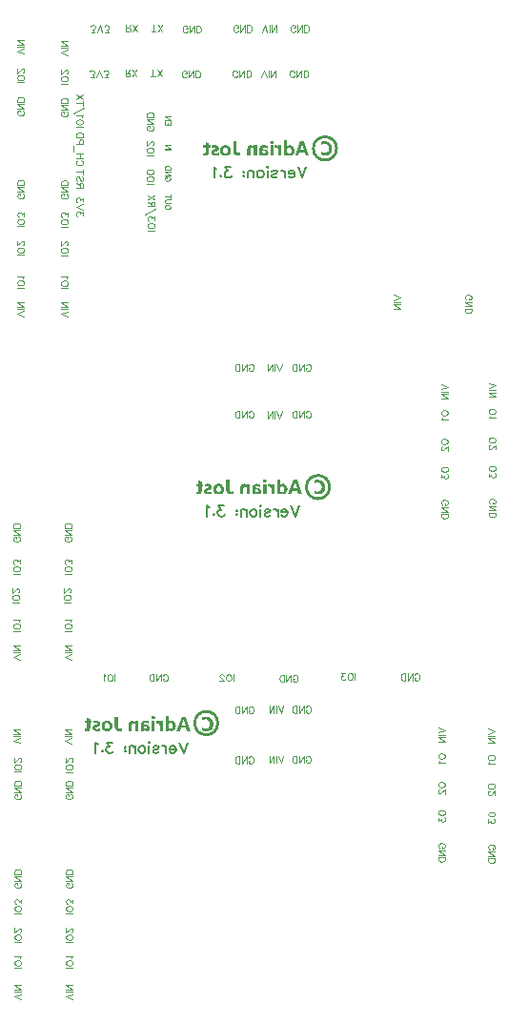
<source format=gbo>
G04 Layer: BottomSilkLayer*
G04 EasyEDA v6.2.46, 2019-12-24T13:35:47+01:00*
G04 9af07930541e41a2aa19a6838659558f,f7dd187871414131b8e6a9aac608ee48,10*
G04 Gerber Generator version 0.2*
G04 Scale: 100 percent, Rotated: No, Reflected: No *
G04 Dimensions in millimeters *
G04 leading zeros omitted , absolute positions ,3 integer and 3 decimal *
%FSLAX33Y33*%
%MOMM*%
G90*
G71D02*

%ADD10C,0.254000*%
%ADD33C,0.203200*%
%ADD36C,0.076200*%

%LPD*%
G54D36*
G01X34924Y73215D02*
G01X35529Y72984D01*
G01X34924Y72753D02*
G01X35529Y72984D01*
G01X34924Y72562D02*
G01X35529Y72562D01*
G01X34924Y72372D02*
G01X35529Y72372D01*
G01X34924Y72372D02*
G01X35529Y71968D01*
G01X34924Y71968D02*
G01X35529Y71968D01*
G01X41390Y72782D02*
G01X41332Y72811D01*
G01X41275Y72869D01*
G01X41246Y72926D01*
G01X41246Y73042D01*
G01X41275Y73100D01*
G01X41332Y73157D01*
G01X41390Y73186D01*
G01X41477Y73215D01*
G01X41621Y73215D01*
G01X41707Y73186D01*
G01X41765Y73157D01*
G01X41823Y73100D01*
G01X41852Y73042D01*
G01X41852Y72926D01*
G01X41823Y72869D01*
G01X41765Y72811D01*
G01X41707Y72782D01*
G01X41621Y72782D01*
G01X41621Y72926D02*
G01X41621Y72782D01*
G01X41246Y72592D02*
G01X41852Y72592D01*
G01X41246Y72592D02*
G01X41852Y72187D01*
G01X41246Y72187D02*
G01X41852Y72187D01*
G01X41246Y71997D02*
G01X41852Y71997D01*
G01X41246Y71997D02*
G01X41246Y71795D01*
G01X41275Y71708D01*
G01X41332Y71651D01*
G01X41390Y71622D01*
G01X41477Y71593D01*
G01X41621Y71593D01*
G01X41707Y71622D01*
G01X41765Y71651D01*
G01X41823Y71708D01*
G01X41852Y71795D01*
G01X41852Y71997D01*
G01X6002Y71274D02*
G01X5397Y71506D01*
G01X6002Y71737D02*
G01X5397Y71506D01*
G01X6002Y71927D02*
G01X5397Y71927D01*
G01X6002Y72118D02*
G01X5397Y72118D01*
G01X6002Y72118D02*
G01X5397Y72522D01*
G01X6002Y72522D02*
G01X5397Y72522D01*
G01X5859Y82184D02*
G01X5915Y82156D01*
G01X5974Y82097D01*
G01X6002Y82042D01*
G01X6002Y81925D01*
G01X5974Y81866D01*
G01X5915Y81810D01*
G01X5859Y81780D01*
G01X5770Y81752D01*
G01X5628Y81752D01*
G01X5542Y81780D01*
G01X5483Y81810D01*
G01X5425Y81866D01*
G01X5397Y81925D01*
G01X5397Y82042D01*
G01X5425Y82097D01*
G01X5483Y82156D01*
G01X5542Y82184D01*
G01X5628Y82184D01*
G01X5628Y82042D02*
G01X5628Y82184D01*
G01X6002Y82374D02*
G01X5397Y82374D01*
G01X6002Y82374D02*
G01X5397Y82781D01*
G01X6002Y82781D02*
G01X5397Y82781D01*
G01X6002Y82971D02*
G01X5397Y82971D01*
G01X6002Y82971D02*
G01X6002Y83172D01*
G01X5974Y83258D01*
G01X5915Y83317D01*
G01X5859Y83345D01*
G01X5770Y83375D01*
G01X5628Y83375D01*
G01X5542Y83345D01*
G01X5483Y83317D01*
G01X5425Y83258D01*
G01X5397Y83172D01*
G01X5397Y82971D01*
G01X6002Y76730D02*
G01X5397Y76730D01*
G01X6002Y77094D02*
G01X5974Y77035D01*
G01X5915Y76979D01*
G01X5859Y76949D01*
G01X5770Y76921D01*
G01X5628Y76921D01*
G01X5542Y76949D01*
G01X5483Y76979D01*
G01X5425Y77035D01*
G01X5397Y77094D01*
G01X5397Y77210D01*
G01X5425Y77266D01*
G01X5483Y77325D01*
G01X5542Y77353D01*
G01X5628Y77383D01*
G01X5770Y77383D01*
G01X5859Y77353D01*
G01X5915Y77325D01*
G01X5974Y77266D01*
G01X6002Y77210D01*
G01X6002Y77094D01*
G01X5859Y77602D02*
G01X5887Y77602D01*
G01X5946Y77632D01*
G01X5974Y77660D01*
G01X6002Y77718D01*
G01X6002Y77833D01*
G01X5974Y77891D01*
G01X5946Y77919D01*
G01X5887Y77950D01*
G01X5829Y77950D01*
G01X5770Y77919D01*
G01X5684Y77861D01*
G01X5397Y77574D01*
G01X5397Y77978D01*
G01X6002Y79270D02*
G01X5397Y79270D01*
G01X6002Y79634D02*
G01X5974Y79575D01*
G01X5915Y79519D01*
G01X5859Y79489D01*
G01X5770Y79461D01*
G01X5628Y79461D01*
G01X5542Y79489D01*
G01X5483Y79519D01*
G01X5425Y79575D01*
G01X5397Y79634D01*
G01X5397Y79750D01*
G01X5425Y79806D01*
G01X5483Y79865D01*
G01X5542Y79893D01*
G01X5628Y79923D01*
G01X5770Y79923D01*
G01X5859Y79893D01*
G01X5915Y79865D01*
G01X5974Y79806D01*
G01X6002Y79750D01*
G01X6002Y79634D01*
G01X6002Y80172D02*
G01X6002Y80490D01*
G01X5770Y80314D01*
G01X5770Y80401D01*
G01X5742Y80459D01*
G01X5715Y80490D01*
G01X5628Y80518D01*
G01X5570Y80518D01*
G01X5483Y80490D01*
G01X5425Y80431D01*
G01X5397Y80345D01*
G01X5397Y80258D01*
G01X5425Y80172D01*
G01X5453Y80142D01*
G01X5511Y80114D01*
G01X6002Y73814D02*
G01X5397Y73814D01*
G01X6002Y74178D02*
G01X5974Y74119D01*
G01X5915Y74063D01*
G01X5859Y74033D01*
G01X5770Y74005D01*
G01X5628Y74005D01*
G01X5542Y74033D01*
G01X5483Y74063D01*
G01X5425Y74119D01*
G01X5397Y74178D01*
G01X5397Y74295D01*
G01X5425Y74350D01*
G01X5483Y74409D01*
G01X5542Y74437D01*
G01X5628Y74467D01*
G01X5770Y74467D01*
G01X5859Y74437D01*
G01X5915Y74409D01*
G01X5974Y74350D01*
G01X6002Y74295D01*
G01X6002Y74178D01*
G01X5887Y74658D02*
G01X5915Y74716D01*
G01X6002Y74803D01*
G01X5397Y74803D01*
G01X6002Y94510D02*
G01X5397Y94742D01*
G01X6002Y94973D02*
G01X5397Y94742D01*
G01X6002Y95163D02*
G01X5397Y95163D01*
G01X6002Y95354D02*
G01X5397Y95354D01*
G01X6002Y95354D02*
G01X5397Y95758D01*
G01X6002Y95758D02*
G01X5397Y95758D01*
G01X5859Y89486D02*
G01X5915Y89458D01*
G01X5974Y89400D01*
G01X6002Y89344D01*
G01X6002Y89227D01*
G01X5974Y89169D01*
G01X5915Y89113D01*
G01X5859Y89082D01*
G01X5770Y89054D01*
G01X5628Y89054D01*
G01X5542Y89082D01*
G01X5483Y89113D01*
G01X5425Y89169D01*
G01X5397Y89227D01*
G01X5397Y89344D01*
G01X5425Y89400D01*
G01X5483Y89458D01*
G01X5542Y89486D01*
G01X5628Y89486D01*
G01X5628Y89344D02*
G01X5628Y89486D01*
G01X6002Y89677D02*
G01X5397Y89677D01*
G01X6002Y89677D02*
G01X5397Y90083D01*
G01X6002Y90083D02*
G01X5397Y90083D01*
G01X6002Y90274D02*
G01X5397Y90274D01*
G01X6002Y90274D02*
G01X6002Y90474D01*
G01X5974Y90561D01*
G01X5915Y90619D01*
G01X5859Y90647D01*
G01X5770Y90677D01*
G01X5628Y90677D01*
G01X5542Y90647D01*
G01X5483Y90619D01*
G01X5425Y90561D01*
G01X5397Y90474D01*
G01X5397Y90274D01*
G01X6002Y91970D02*
G01X5397Y91970D01*
G01X6002Y92334D02*
G01X5974Y92275D01*
G01X5915Y92219D01*
G01X5859Y92189D01*
G01X5770Y92161D01*
G01X5628Y92161D01*
G01X5542Y92189D01*
G01X5483Y92219D01*
G01X5425Y92275D01*
G01X5397Y92334D01*
G01X5397Y92450D01*
G01X5425Y92506D01*
G01X5483Y92565D01*
G01X5542Y92593D01*
G01X5628Y92623D01*
G01X5770Y92623D01*
G01X5859Y92593D01*
G01X5915Y92565D01*
G01X5974Y92506D01*
G01X6002Y92450D01*
G01X6002Y92334D01*
G01X5859Y92842D02*
G01X5887Y92842D01*
G01X5946Y92872D01*
G01X5974Y92900D01*
G01X6002Y92958D01*
G01X6002Y93073D01*
G01X5974Y93131D01*
G01X5946Y93159D01*
G01X5887Y93190D01*
G01X5829Y93190D01*
G01X5770Y93159D01*
G01X5684Y93101D01*
G01X5397Y92814D01*
G01X5397Y93218D01*
G01X7995Y92555D02*
G01X8313Y92555D01*
G01X8140Y92786D01*
G01X8227Y92786D01*
G01X8282Y92814D01*
G01X8313Y92842D01*
G01X8341Y92928D01*
G01X8341Y92986D01*
G01X8313Y93073D01*
G01X8255Y93131D01*
G01X8168Y93159D01*
G01X8082Y93159D01*
G01X7995Y93131D01*
G01X7965Y93103D01*
G01X7937Y93045D01*
G01X8531Y92555D02*
G01X8763Y93159D01*
G01X8994Y92555D02*
G01X8763Y93159D01*
G01X9243Y92555D02*
G01X9560Y92555D01*
G01X9385Y92786D01*
G01X9474Y92786D01*
G01X9530Y92814D01*
G01X9560Y92842D01*
G01X9588Y92928D01*
G01X9588Y92986D01*
G01X9560Y93073D01*
G01X9502Y93131D01*
G01X9415Y93159D01*
G01X9329Y93159D01*
G01X9243Y93131D01*
G01X9212Y93103D01*
G01X9184Y93045D01*
G01X16560Y92638D02*
G01X16532Y92583D01*
G01X16474Y92524D01*
G01X16418Y92496D01*
G01X16301Y92496D01*
G01X16243Y92524D01*
G01X16187Y92583D01*
G01X16156Y92638D01*
G01X16129Y92727D01*
G01X16129Y92870D01*
G01X16156Y92956D01*
G01X16187Y93014D01*
G01X16243Y93073D01*
G01X16301Y93101D01*
G01X16418Y93101D01*
G01X16474Y93073D01*
G01X16532Y93014D01*
G01X16560Y92956D01*
G01X16560Y92870D01*
G01X16418Y92870D02*
G01X16560Y92870D01*
G01X16751Y92496D02*
G01X16751Y93101D01*
G01X16751Y92496D02*
G01X17157Y93101D01*
G01X17157Y92496D02*
G01X17157Y93101D01*
G01X17348Y92496D02*
G01X17348Y93101D01*
G01X17348Y92496D02*
G01X17548Y92496D01*
G01X17635Y92524D01*
G01X17693Y92583D01*
G01X17721Y92638D01*
G01X17752Y92727D01*
G01X17752Y92870D01*
G01X17721Y92956D01*
G01X17693Y93014D01*
G01X17635Y93073D01*
G01X17548Y93101D01*
G01X17348Y93101D01*
G01X13538Y92613D02*
G01X13538Y93218D01*
G01X13335Y92613D02*
G01X13738Y92613D01*
G01X13929Y92613D02*
G01X14333Y93218D01*
G01X14333Y92613D02*
G01X13929Y93218D01*
G01X11112Y92613D02*
G01X11112Y93218D01*
G01X11112Y92613D02*
G01X11371Y92613D01*
G01X11457Y92641D01*
G01X11488Y92669D01*
G01X11516Y92727D01*
G01X11516Y92786D01*
G01X11488Y92844D01*
G01X11457Y92872D01*
G01X11371Y92900D01*
G01X11112Y92900D01*
G01X11315Y92900D02*
G01X11516Y93218D01*
G01X11706Y92613D02*
G01X12110Y93218D01*
G01X12110Y92613D02*
G01X11706Y93218D01*
G01X21069Y92697D02*
G01X21041Y92641D01*
G01X20982Y92583D01*
G01X20927Y92555D01*
G01X20810Y92555D01*
G01X20751Y92583D01*
G01X20695Y92641D01*
G01X20665Y92697D01*
G01X20637Y92786D01*
G01X20637Y92928D01*
G01X20665Y93014D01*
G01X20695Y93073D01*
G01X20751Y93131D01*
G01X20810Y93159D01*
G01X20927Y93159D01*
G01X20982Y93131D01*
G01X21041Y93073D01*
G01X21069Y93014D01*
G01X21069Y92928D01*
G01X20927Y92928D02*
G01X21069Y92928D01*
G01X21259Y92555D02*
G01X21259Y93159D01*
G01X21259Y92555D02*
G01X21666Y93159D01*
G01X21666Y92555D02*
G01X21666Y93159D01*
G01X21856Y92555D02*
G01X21856Y93159D01*
G01X21856Y92555D02*
G01X22057Y92555D01*
G01X22143Y92583D01*
G01X22202Y92641D01*
G01X22230Y92697D01*
G01X22260Y92786D01*
G01X22260Y92928D01*
G01X22230Y93014D01*
G01X22202Y93073D01*
G01X22143Y93131D01*
G01X22057Y93159D01*
G01X21856Y93159D01*
G01X26149Y92697D02*
G01X26121Y92641D01*
G01X26062Y92583D01*
G01X26007Y92555D01*
G01X25890Y92555D01*
G01X25831Y92583D01*
G01X25775Y92641D01*
G01X25745Y92697D01*
G01X25717Y92786D01*
G01X25717Y92928D01*
G01X25745Y93014D01*
G01X25775Y93073D01*
G01X25831Y93131D01*
G01X25890Y93159D01*
G01X26007Y93159D01*
G01X26062Y93131D01*
G01X26121Y93073D01*
G01X26149Y93014D01*
G01X26149Y92928D01*
G01X26007Y92928D02*
G01X26149Y92928D01*
G01X26339Y92555D02*
G01X26339Y93159D01*
G01X26339Y92555D02*
G01X26746Y93159D01*
G01X26746Y92555D02*
G01X26746Y93159D01*
G01X26936Y92555D02*
G01X26936Y93159D01*
G01X26936Y92555D02*
G01X27137Y92555D01*
G01X27223Y92583D01*
G01X27282Y92641D01*
G01X27310Y92697D01*
G01X27340Y92786D01*
G01X27340Y92928D01*
G01X27310Y93014D01*
G01X27282Y93073D01*
G01X27223Y93131D01*
G01X27137Y93159D01*
G01X26936Y93159D01*
G01X23177Y92555D02*
G01X23408Y93159D01*
G01X23639Y92555D02*
G01X23408Y93159D01*
G01X23830Y92555D02*
G01X23830Y93159D01*
G01X24020Y92555D02*
G01X24020Y93159D01*
G01X24020Y92555D02*
G01X24424Y93159D01*
G01X24424Y92555D02*
G01X24424Y93159D01*
G01X7330Y88138D02*
G01X6725Y88138D01*
G01X7330Y88501D02*
G01X7302Y88442D01*
G01X7244Y88386D01*
G01X7188Y88356D01*
G01X7099Y88328D01*
G01X6957Y88328D01*
G01X6870Y88356D01*
G01X6812Y88386D01*
G01X6753Y88442D01*
G01X6725Y88501D01*
G01X6725Y88618D01*
G01X6753Y88673D01*
G01X6812Y88732D01*
G01X6870Y88760D01*
G01X6957Y88790D01*
G01X7099Y88790D01*
G01X7188Y88760D01*
G01X7244Y88732D01*
G01X7302Y88673D01*
G01X7330Y88618D01*
G01X7330Y88501D01*
G01X7216Y88981D02*
G01X7244Y89039D01*
G01X7330Y89126D01*
G01X6725Y89126D01*
G01X7447Y89834D02*
G01X6522Y89316D01*
G01X7330Y90228D02*
G01X6725Y90228D01*
G01X7330Y90025D02*
G01X7330Y90429D01*
G01X7330Y90619D02*
G01X6725Y91023D01*
G01X7330Y91023D02*
G01X6725Y90619D01*
G01X7331Y82740D02*
G01X6724Y82740D01*
G01X7331Y82740D02*
G01X7331Y82999D01*
G01X7301Y83085D01*
G01X7273Y83116D01*
G01X7214Y83144D01*
G01X7158Y83144D01*
G01X7100Y83116D01*
G01X7072Y83085D01*
G01X7042Y82999D01*
G01X7042Y82740D01*
G01X7042Y82943D02*
G01X6724Y83144D01*
G01X7245Y83738D02*
G01X7301Y83680D01*
G01X7331Y83593D01*
G01X7331Y83479D01*
G01X7301Y83393D01*
G01X7245Y83334D01*
G01X7186Y83334D01*
G01X7128Y83362D01*
G01X7100Y83393D01*
G01X7072Y83451D01*
G01X7014Y83624D01*
G01X6983Y83680D01*
G01X6955Y83710D01*
G01X6897Y83738D01*
G01X6811Y83738D01*
G01X6755Y83680D01*
G01X6724Y83593D01*
G01X6724Y83479D01*
G01X6755Y83393D01*
G01X6811Y83334D01*
G01X7331Y84132D02*
G01X6724Y84132D01*
G01X7331Y83929D02*
G01X7331Y84333D01*
G01X7188Y85140D02*
G01X7244Y85112D01*
G01X7302Y85054D01*
G01X7330Y84998D01*
G01X7330Y84881D01*
G01X7302Y84823D01*
G01X7244Y84767D01*
G01X7188Y84736D01*
G01X7099Y84709D01*
G01X6957Y84709D01*
G01X6870Y84736D01*
G01X6812Y84767D01*
G01X6753Y84823D01*
G01X6725Y84881D01*
G01X6725Y84998D01*
G01X6753Y85054D01*
G01X6812Y85112D01*
G01X6870Y85140D01*
G01X7330Y85331D02*
G01X6725Y85331D01*
G01X7330Y85737D02*
G01X6725Y85737D01*
G01X7043Y85331D02*
G01X7043Y85737D01*
G01X6522Y85928D02*
G01X6522Y86446D01*
G01X7330Y86636D02*
G01X6725Y86636D01*
G01X7330Y86636D02*
G01X7330Y86895D01*
G01X7302Y86982D01*
G01X7274Y87012D01*
G01X7216Y87040D01*
G01X7129Y87040D01*
G01X7071Y87012D01*
G01X7043Y86982D01*
G01X7012Y86895D01*
G01X7012Y86636D01*
G01X7330Y87231D02*
G01X6725Y87231D01*
G01X7330Y87231D02*
G01X7330Y87434D01*
G01X7302Y87520D01*
G01X7244Y87579D01*
G01X7188Y87607D01*
G01X7099Y87635D01*
G01X6957Y87635D01*
G01X6870Y87607D01*
G01X6812Y87579D01*
G01X6753Y87520D01*
G01X6725Y87434D01*
G01X6725Y87231D01*
G01X7330Y80258D02*
G01X7330Y80576D01*
G01X7099Y80403D01*
G01X7099Y80490D01*
G01X7071Y80545D01*
G01X7043Y80576D01*
G01X6957Y80604D01*
G01X6898Y80604D01*
G01X6812Y80576D01*
G01X6753Y80518D01*
G01X6725Y80431D01*
G01X6725Y80345D01*
G01X6753Y80258D01*
G01X6781Y80228D01*
G01X6840Y80200D01*
G01X7330Y80794D02*
G01X6725Y81026D01*
G01X7330Y81257D02*
G01X6725Y81026D01*
G01X7330Y81506D02*
G01X7330Y81823D01*
G01X7099Y81648D01*
G01X7099Y81737D01*
G01X7071Y81793D01*
G01X7043Y81823D01*
G01X6957Y81851D01*
G01X6898Y81851D01*
G01X6812Y81823D01*
G01X6753Y81765D01*
G01X6725Y81678D01*
G01X6725Y81592D01*
G01X6753Y81506D01*
G01X6781Y81475D01*
G01X6840Y81447D01*
G01X13479Y88219D02*
G01X13535Y88191D01*
G01X13594Y88132D01*
G01X13622Y88074D01*
G01X13622Y87960D01*
G01X13594Y87901D01*
G01X13535Y87843D01*
G01X13479Y87815D01*
G01X13390Y87787D01*
G01X13248Y87787D01*
G01X13162Y87815D01*
G01X13103Y87843D01*
G01X13045Y87901D01*
G01X13017Y87960D01*
G01X13017Y88074D01*
G01X13045Y88132D01*
G01X13103Y88191D01*
G01X13162Y88219D01*
G01X13248Y88219D01*
G01X13248Y88074D02*
G01X13248Y88219D01*
G01X13622Y88409D02*
G01X13017Y88409D01*
G01X13622Y88409D02*
G01X13017Y88813D01*
G01X13622Y88813D02*
G01X13017Y88813D01*
G01X13622Y89004D02*
G01X13017Y89004D01*
G01X13622Y89004D02*
G01X13622Y89207D01*
G01X13594Y89293D01*
G01X13535Y89349D01*
G01X13479Y89380D01*
G01X13390Y89408D01*
G01X13248Y89408D01*
G01X13162Y89380D01*
G01X13103Y89349D01*
G01X13045Y89293D01*
G01X13017Y89207D01*
G01X13017Y89004D01*
G01X13621Y85623D02*
G01X13017Y85623D01*
G01X13621Y85986D02*
G01X13594Y85928D01*
G01X13535Y85869D01*
G01X13479Y85841D01*
G01X13390Y85813D01*
G01X13248Y85813D01*
G01X13162Y85841D01*
G01X13103Y85869D01*
G01X13045Y85928D01*
G01X13017Y85986D01*
G01X13017Y86100D01*
G01X13045Y86159D01*
G01X13103Y86217D01*
G01X13162Y86245D01*
G01X13248Y86273D01*
G01X13390Y86273D01*
G01X13479Y86245D01*
G01X13535Y86217D01*
G01X13594Y86159D01*
G01X13621Y86100D01*
G01X13621Y85986D01*
G01X13479Y86494D02*
G01X13507Y86494D01*
G01X13566Y86522D01*
G01X13594Y86550D01*
G01X13621Y86608D01*
G01X13621Y86725D01*
G01X13594Y86781D01*
G01X13566Y86812D01*
G01X13507Y86840D01*
G01X13449Y86840D01*
G01X13390Y86812D01*
G01X13304Y86753D01*
G01X13017Y86464D01*
G01X13017Y86868D01*
G01X13621Y83083D02*
G01X13017Y83083D01*
G01X13621Y83446D02*
G01X13594Y83388D01*
G01X13535Y83329D01*
G01X13479Y83301D01*
G01X13390Y83273D01*
G01X13248Y83273D01*
G01X13162Y83301D01*
G01X13103Y83329D01*
G01X13045Y83388D01*
G01X13017Y83446D01*
G01X13017Y83560D01*
G01X13045Y83619D01*
G01X13103Y83677D01*
G01X13162Y83705D01*
G01X13248Y83733D01*
G01X13390Y83733D01*
G01X13479Y83705D01*
G01X13535Y83677D01*
G01X13594Y83619D01*
G01X13621Y83560D01*
G01X13621Y83446D01*
G01X13621Y84099D02*
G01X13594Y84010D01*
G01X13507Y83954D01*
G01X13362Y83924D01*
G01X13276Y83924D01*
G01X13131Y83954D01*
G01X13045Y84010D01*
G01X13017Y84099D01*
G01X13017Y84155D01*
G01X13045Y84241D01*
G01X13131Y84300D01*
G01X13276Y84328D01*
G01X13362Y84328D01*
G01X13507Y84300D01*
G01X13594Y84241D01*
G01X13621Y84155D01*
G01X13621Y84099D01*
G01X13680Y78930D02*
G01X13075Y78930D01*
G01X13680Y79293D02*
G01X13652Y79235D01*
G01X13594Y79179D01*
G01X13538Y79148D01*
G01X13449Y79121D01*
G01X13307Y79121D01*
G01X13220Y79148D01*
G01X13162Y79179D01*
G01X13103Y79235D01*
G01X13075Y79293D01*
G01X13075Y79410D01*
G01X13103Y79466D01*
G01X13162Y79524D01*
G01X13220Y79552D01*
G01X13307Y79583D01*
G01X13449Y79583D01*
G01X13538Y79552D01*
G01X13594Y79524D01*
G01X13652Y79466D01*
G01X13680Y79410D01*
G01X13680Y79293D01*
G01X13680Y79832D02*
G01X13680Y80149D01*
G01X13449Y79974D01*
G01X13449Y80060D01*
G01X13421Y80119D01*
G01X13393Y80149D01*
G01X13307Y80177D01*
G01X13248Y80177D01*
G01X13162Y80149D01*
G01X13103Y80091D01*
G01X13075Y80004D01*
G01X13075Y79918D01*
G01X13103Y79832D01*
G01X13131Y79801D01*
G01X13190Y79773D01*
G01X13797Y80886D02*
G01X12872Y80368D01*
G01X13680Y81076D02*
G01X13075Y81076D01*
G01X13680Y81076D02*
G01X13680Y81338D01*
G01X13652Y81424D01*
G01X13624Y81452D01*
G01X13566Y81483D01*
G01X13507Y81483D01*
G01X13449Y81452D01*
G01X13421Y81424D01*
G01X13393Y81338D01*
G01X13393Y81076D01*
G01X13393Y81280D02*
G01X13075Y81483D01*
G01X13680Y81673D02*
G01X13075Y82077D01*
G01X13680Y82077D02*
G01X13075Y81673D01*
G01X15090Y80951D02*
G01X15067Y80903D01*
G01X15021Y80857D01*
G01X14975Y80835D01*
G01X14904Y80812D01*
G01X14790Y80812D01*
G01X14721Y80835D01*
G01X14673Y80857D01*
G01X14627Y80903D01*
G01X14605Y80951D01*
G01X14605Y81043D01*
G01X14627Y81089D01*
G01X14673Y81134D01*
G01X14721Y81157D01*
G01X14790Y81180D01*
G01X14904Y81180D01*
G01X14975Y81157D01*
G01X15021Y81134D01*
G01X15067Y81089D01*
G01X15090Y81043D01*
G01X15090Y80951D01*
G01X15090Y81332D02*
G01X14744Y81332D01*
G01X14673Y81358D01*
G01X14627Y81404D01*
G01X14605Y81472D01*
G01X14605Y81518D01*
G01X14627Y81586D01*
G01X14673Y81635D01*
G01X14744Y81658D01*
G01X15090Y81658D01*
G01X15090Y81970D02*
G01X14605Y81970D01*
G01X15090Y81810D02*
G01X15090Y82133D01*
G01X14975Y83692D02*
G01X15021Y83670D01*
G01X15067Y83624D01*
G01X15090Y83578D01*
G01X15090Y83487D01*
G01X15067Y83438D01*
G01X15021Y83393D01*
G01X14975Y83370D01*
G01X14904Y83347D01*
G01X14790Y83347D01*
G01X14721Y83370D01*
G01X14673Y83393D01*
G01X14627Y83438D01*
G01X14605Y83487D01*
G01X14605Y83578D01*
G01X14627Y83624D01*
G01X14673Y83670D01*
G01X14721Y83692D01*
G01X14790Y83692D01*
G01X14790Y83578D02*
G01X14790Y83692D01*
G01X15090Y83845D02*
G01X14605Y83845D01*
G01X15090Y83845D02*
G01X14605Y84170D01*
G01X15090Y84170D02*
G01X14605Y84170D01*
G01X15090Y84322D02*
G01X14605Y84322D01*
G01X15090Y84322D02*
G01X15090Y84482D01*
G01X15067Y84554D01*
G01X15021Y84599D01*
G01X14975Y84622D01*
G01X14904Y84645D01*
G01X14790Y84645D01*
G01X14721Y84622D01*
G01X14673Y84599D01*
G01X14627Y84554D01*
G01X14605Y84482D01*
G01X14605Y84322D01*
G01X15090Y86075D02*
G01X14605Y86075D01*
G01X15090Y86227D02*
G01X14605Y86227D01*
G01X15090Y86227D02*
G01X14605Y86550D01*
G01X15090Y86550D02*
G01X14605Y86550D01*
G01X15090Y88315D02*
G01X14605Y88315D01*
G01X15090Y88315D02*
G01X15090Y88615D01*
G01X14859Y88315D02*
G01X14859Y88501D01*
G01X14605Y88315D02*
G01X14605Y88615D01*
G01X15090Y88767D02*
G01X14605Y88767D01*
G01X15090Y88767D02*
G01X14605Y89090D01*
G01X15090Y89090D02*
G01X14605Y89090D01*

%LPD*%
G36*
G01X24150Y86906D02*
G01X24117Y86908D01*
G01X24083Y86906D01*
G01X24053Y86898D01*
G01X24026Y86887D01*
G01X24003Y86870D01*
G01X23984Y86849D01*
G01X23970Y86825D01*
G01X23962Y86798D01*
G01X23959Y86768D01*
G01X23962Y86739D01*
G01X23970Y86713D01*
G01X23984Y86688D01*
G01X24003Y86667D01*
G01X24026Y86649D01*
G01X24053Y86636D01*
G01X24083Y86629D01*
G01X24117Y86626D01*
G01X24150Y86629D01*
G01X24180Y86637D01*
G01X24207Y86651D01*
G01X24231Y86669D01*
G01X24250Y86691D01*
G01X24264Y86715D01*
G01X24272Y86741D01*
G01X24274Y86768D01*
G01X24272Y86798D01*
G01X24264Y86825D01*
G01X24250Y86849D01*
G01X24231Y86870D01*
G01X24207Y86887D01*
G01X24180Y86898D01*
G01X24150Y86906D01*
G37*

%LPD*%
G36*
G01X22395Y86469D02*
G01X22230Y86509D01*
G01X22140Y86499D01*
G01X22066Y86468D01*
G01X22009Y86417D01*
G01X21967Y86346D01*
G01X21943Y86253D01*
G01X21935Y86141D01*
G01X21935Y85598D01*
G01X22209Y85598D01*
G01X22209Y86090D01*
G01X22246Y86246D01*
G01X22357Y86299D01*
G01X22391Y86295D01*
G01X22422Y86284D01*
G01X22449Y86267D01*
G01X22473Y86243D01*
G01X22493Y86214D01*
G01X22508Y86182D01*
G01X22516Y86146D01*
G01X22519Y86106D01*
G01X22519Y85598D01*
G01X22793Y85598D01*
G01X22793Y86487D01*
G01X22519Y86487D01*
G01X22519Y86347D01*
G01X22517Y86347D01*
G01X22395Y86469D01*
G37*

%LPD*%
G36*
G01X24257Y86487D02*
G01X23982Y86487D01*
G01X23982Y85598D01*
G01X24257Y85598D01*
G01X24257Y86487D01*
G37*

%LPD*%
G36*
G01X24601Y86457D02*
G01X24457Y86502D01*
G01X24437Y86501D01*
G01X24419Y86499D01*
G01X24404Y86496D01*
G01X24391Y86492D01*
G01X24391Y86240D01*
G01X24417Y86251D01*
G01X24444Y86259D01*
G01X24473Y86264D01*
G01X24505Y86266D01*
G01X24548Y86261D01*
G01X24585Y86249D01*
G01X24617Y86228D01*
G01X24645Y86199D01*
G01X24667Y86164D01*
G01X24683Y86123D01*
G01X24693Y86076D01*
G01X24696Y86022D01*
G01X24696Y85598D01*
G01X24970Y85598D01*
G01X24970Y86487D01*
G01X24696Y86487D01*
G01X24696Y86321D01*
G01X24693Y86321D01*
G01X24601Y86457D01*
G37*

%LPD*%
G36*
G01X26974Y86842D02*
G01X26642Y86842D01*
G01X26200Y85598D01*
G01X26504Y85598D01*
G01X26593Y85874D01*
G01X27035Y85874D01*
G01X27124Y85598D01*
G01X27429Y85598D01*
G01X26974Y86842D01*
G37*

%LPC*%
G36*
G01X26819Y86621D02*
G01X26812Y86621D01*
G01X26809Y86589D01*
G01X26804Y86560D01*
G01X26799Y86533D01*
G01X26791Y86509D01*
G01X26657Y86090D01*
G01X26977Y86090D01*
G01X26840Y86512D01*
G01X26833Y86539D01*
G01X26827Y86566D01*
G01X26822Y86593D01*
G01X26819Y86621D01*
G37*

%LPD*%
G36*
G01X18503Y86680D02*
G01X18229Y86756D01*
G01X18229Y86487D01*
G01X18028Y86487D01*
G01X18028Y86283D01*
G01X18229Y86283D01*
G01X18229Y85925D01*
G01X18222Y85864D01*
G01X18201Y85821D01*
G01X18166Y85794D01*
G01X18117Y85785D01*
G01X18095Y85787D01*
G01X18074Y85792D01*
G01X18051Y85800D01*
G01X18028Y85811D01*
G01X18028Y85608D01*
G01X18063Y85593D01*
G01X18105Y85583D01*
G01X18154Y85577D01*
G01X18211Y85575D01*
G01X18339Y85593D01*
G01X18430Y85650D01*
G01X18485Y85745D01*
G01X18503Y85877D01*
G01X18503Y86283D01*
G01X18646Y86283D01*
G01X18646Y86487D01*
G01X18503Y86487D01*
G01X18503Y86680D01*
G37*

%LPD*%
G36*
G01X19019Y86509D02*
G01X18989Y86509D01*
G01X18958Y86507D01*
G01X18928Y86504D01*
G01X18897Y86499D01*
G01X18867Y86494D01*
G01X18837Y86488D01*
G01X18807Y86481D01*
G01X18778Y86474D01*
G01X18778Y86260D01*
G01X18805Y86275D01*
G01X18832Y86287D01*
G01X18861Y86298D01*
G01X18889Y86306D01*
G01X18919Y86313D01*
G01X18949Y86317D01*
G01X18978Y86320D01*
G01X19006Y86321D01*
G01X19020Y86321D01*
G01X19033Y86320D01*
G01X19057Y86316D01*
G01X19068Y86314D01*
G01X19079Y86311D01*
G01X19090Y86307D01*
G01X19100Y86304D01*
G01X19109Y86298D01*
G01X19116Y86292D01*
G01X19123Y86285D01*
G01X19128Y86278D01*
G01X19133Y86272D01*
G01X19136Y86264D01*
G01X19138Y86256D01*
G01X19138Y86248D01*
G01X19137Y86236D01*
G01X19135Y86224D01*
G01X19130Y86214D01*
G01X19123Y86205D01*
G01X19115Y86196D01*
G01X19105Y86188D01*
G01X19095Y86181D01*
G01X19083Y86174D01*
G01X19056Y86164D01*
G01X19027Y86154D01*
G01X18966Y86133D01*
G01X18939Y86123D01*
G01X18913Y86113D01*
G01X18867Y86090D01*
G01X18845Y86078D01*
G01X18825Y86065D01*
G01X18807Y86052D01*
G01X18790Y86037D01*
G01X18775Y86021D01*
G01X18762Y86004D01*
G01X18751Y85986D01*
G01X18742Y85966D01*
G01X18735Y85944D01*
G01X18729Y85921D01*
G01X18725Y85896D01*
G01X18724Y85869D01*
G01X18726Y85831D01*
G01X18734Y85796D01*
G01X18744Y85764D01*
G01X18760Y85735D01*
G01X18778Y85708D01*
G01X18799Y85684D01*
G01X18822Y85662D01*
G01X18849Y85643D01*
G01X18879Y85626D01*
G01X18911Y85613D01*
G01X18945Y85601D01*
G01X18981Y85592D01*
G01X19018Y85585D01*
G01X19057Y85579D01*
G01X19096Y85576D01*
G01X19136Y85575D01*
G01X19276Y85586D01*
G01X19408Y85620D01*
G01X19408Y85844D01*
G01X19374Y85825D01*
G01X19340Y85808D01*
G01X19306Y85794D01*
G01X19273Y85783D01*
G01X19239Y85774D01*
G01X19206Y85768D01*
G01X19174Y85764D01*
G01X19143Y85763D01*
G01X19109Y85764D01*
G01X19079Y85768D01*
G01X19053Y85774D01*
G01X19029Y85783D01*
G01X19011Y85794D01*
G01X18999Y85808D01*
G01X18991Y85825D01*
G01X18989Y85844D01*
G01X18990Y85856D01*
G01X18993Y85867D01*
G01X18999Y85877D01*
G01X19006Y85887D01*
G01X19017Y85896D01*
G01X19029Y85903D01*
G01X19041Y85911D01*
G01X19055Y85918D01*
G01X19070Y85924D01*
G01X19087Y85930D01*
G01X19103Y85935D01*
G01X19121Y85940D01*
G01X19138Y85945D01*
G01X19156Y85951D01*
G01X19189Y85963D01*
G01X19215Y85973D01*
G01X19239Y85984D01*
G01X19262Y85995D01*
G01X19283Y86006D01*
G01X19302Y86018D01*
G01X19321Y86031D01*
G01X19337Y86045D01*
G01X19352Y86060D01*
G01X19364Y86076D01*
G01X19375Y86093D01*
G01X19384Y86111D01*
G01X19392Y86131D01*
G01X19399Y86152D01*
G01X19404Y86175D01*
G01X19407Y86199D01*
G01X19408Y86225D01*
G01X19406Y86261D01*
G01X19400Y86295D01*
G01X19389Y86326D01*
G01X19375Y86354D01*
G01X19357Y86380D01*
G01X19337Y86403D01*
G01X19314Y86423D01*
G01X19288Y86441D01*
G01X19259Y86457D01*
G01X19229Y86471D01*
G01X19197Y86482D01*
G01X19164Y86492D01*
G01X19128Y86499D01*
G01X19092Y86505D01*
G01X19056Y86508D01*
G01X19019Y86509D01*
G37*

%LPD*%
G36*
G01X20107Y86501D02*
G01X19999Y86509D01*
G01X19895Y86501D01*
G01X19802Y86477D01*
G01X19721Y86438D01*
G01X19651Y86382D01*
G01X19558Y86238D01*
G01X19527Y86055D01*
G01X19535Y85950D01*
G01X19560Y85857D01*
G01X19600Y85775D01*
G01X19657Y85704D01*
G01X19727Y85647D01*
G01X19810Y85607D01*
G01X19905Y85583D01*
G01X20012Y85575D01*
G01X20117Y85583D01*
G01X20210Y85606D01*
G01X20291Y85646D01*
G01X20360Y85702D01*
G01X20417Y85769D01*
G01X20457Y85848D01*
G01X20482Y85938D01*
G01X20490Y86039D01*
G01X20482Y86143D01*
G01X20457Y86235D01*
G01X20416Y86314D01*
G01X20358Y86382D01*
G01X20285Y86438D01*
G01X20202Y86477D01*
G01X20107Y86501D01*
G37*

%LPC*%
G36*
G01X20050Y86294D02*
G01X20005Y86299D01*
G01X19918Y86283D01*
G01X19856Y86236D01*
G01X19819Y86158D01*
G01X19806Y86050D01*
G01X19819Y85934D01*
G01X19855Y85852D01*
G01X19917Y85802D01*
G01X20002Y85785D01*
G01X20093Y85801D01*
G01X20158Y85849D01*
G01X20197Y85930D01*
G01X20210Y86042D01*
G01X20207Y86099D01*
G01X20197Y86151D01*
G01X20180Y86195D01*
G01X20157Y86233D01*
G01X20126Y86261D01*
G01X20091Y86282D01*
G01X20050Y86294D01*
G37*

%LPD*%
G36*
G01X20960Y86842D02*
G01X20680Y86842D01*
G01X20680Y86090D01*
G01X20687Y85973D01*
G01X20710Y85870D01*
G01X20746Y85782D01*
G01X20797Y85709D01*
G01X20862Y85650D01*
G01X20939Y85608D01*
G01X21030Y85583D01*
G01X21132Y85575D01*
G01X21181Y85577D01*
G01X21228Y85583D01*
G01X21273Y85594D01*
G01X21315Y85610D01*
G01X21315Y85872D01*
G01X21278Y85848D01*
G01X21238Y85832D01*
G01X21196Y85822D01*
G01X21153Y85818D01*
G01X21068Y85836D01*
G01X21008Y85890D01*
G01X20972Y85979D01*
G01X20960Y86103D01*
G01X20960Y86842D01*
G37*

%LPD*%
G36*
G01X23432Y86508D02*
G01X23390Y86509D01*
G01X23274Y86499D01*
G01X23179Y86467D01*
G01X23105Y86414D01*
G01X23052Y86340D01*
G01X23020Y86245D01*
G01X23009Y86128D01*
G01X23009Y85598D01*
G01X23271Y85598D01*
G01X23271Y85725D01*
G01X23274Y85725D01*
G01X23384Y85612D01*
G01X23538Y85575D01*
G01X23599Y85579D01*
G01X23653Y85593D01*
G01X23701Y85616D01*
G01X23741Y85648D01*
G01X23774Y85688D01*
G01X23798Y85734D01*
G01X23813Y85786D01*
G01X23817Y85844D01*
G01X23798Y85960D01*
G01X23740Y86048D01*
G01X23644Y86110D01*
G01X23510Y86144D01*
G01X23268Y86177D01*
G01X23308Y86285D01*
G01X23426Y86321D01*
G01X23581Y86298D01*
G01X23728Y86227D01*
G01X23728Y86433D01*
G01X23697Y86448D01*
G01X23661Y86462D01*
G01X23618Y86474D01*
G01X23571Y86487D01*
G01X23522Y86497D01*
G01X23476Y86504D01*
G01X23432Y86508D01*
G37*

%LPC*%
G36*
G01X23431Y85999D02*
G01X23268Y86019D01*
G01X23268Y85958D01*
G01X23271Y85919D01*
G01X23281Y85884D01*
G01X23295Y85852D01*
G01X23317Y85824D01*
G01X23343Y85800D01*
G01X23373Y85783D01*
G01X23406Y85773D01*
G01X23444Y85770D01*
G01X23470Y85772D01*
G01X23493Y85778D01*
G01X23513Y85787D01*
G01X23530Y85801D01*
G01X23544Y85817D01*
G01X23555Y85835D01*
G01X23561Y85855D01*
G01X23563Y85877D01*
G01X23555Y85924D01*
G01X23530Y85959D01*
G01X23489Y85985D01*
G01X23431Y85999D01*
G37*

%LPD*%
G36*
G01X25476Y86913D02*
G01X25201Y86913D01*
G01X25201Y85598D01*
G01X25476Y85598D01*
G01X25476Y85719D01*
G01X25478Y85719D01*
G01X25595Y85611D01*
G01X25755Y85575D01*
G01X25904Y85605D01*
G01X26022Y85694D01*
G01X26098Y85834D01*
G01X26123Y86022D01*
G01X26116Y86126D01*
G01X26095Y86220D01*
G01X26060Y86303D01*
G01X26012Y86375D01*
G01X25883Y86476D01*
G01X25720Y86509D01*
G01X25573Y86478D01*
G01X25478Y86385D01*
G01X25476Y86385D01*
G01X25476Y86913D01*
G37*

%LPC*%
G36*
G01X25694Y86294D02*
G01X25651Y86299D01*
G01X25612Y86295D01*
G01X25578Y86284D01*
G01X25548Y86266D01*
G01X25521Y86240D01*
G01X25499Y86210D01*
G01X25483Y86177D01*
G01X25474Y86139D01*
G01X25471Y86098D01*
G01X25471Y86029D01*
G01X25474Y85977D01*
G01X25483Y85930D01*
G01X25499Y85888D01*
G01X25521Y85852D01*
G01X25550Y85823D01*
G01X25582Y85802D01*
G01X25618Y85790D01*
G01X25659Y85785D01*
G01X25700Y85790D01*
G01X25736Y85801D01*
G01X25768Y85821D01*
G01X25796Y85849D01*
G01X25817Y85884D01*
G01X25832Y85926D01*
G01X25841Y85974D01*
G01X25844Y86029D01*
G01X25841Y86088D01*
G01X25831Y86141D01*
G01X25816Y86187D01*
G01X25793Y86227D01*
G01X25765Y86258D01*
G01X25732Y86281D01*
G01X25694Y86294D01*
G37*

%LPD*%
G36*
G01X28940Y86851D02*
G01X28801Y86862D01*
G01X28632Y86851D01*
G01X28493Y86817D01*
G01X28493Y86547D01*
G01X28627Y86603D01*
G01X28778Y86621D01*
G01X28936Y86594D01*
G01X29060Y86512D01*
G01X29140Y86382D01*
G01X29166Y86212D01*
G01X29141Y86050D01*
G01X29067Y85925D01*
G01X28948Y85845D01*
G01X28793Y85818D01*
G01X28635Y85838D01*
G01X28493Y85897D01*
G01X28493Y85641D01*
G01X28650Y85591D01*
G01X28849Y85575D01*
G01X28984Y85585D01*
G01X29105Y85617D01*
G01X29210Y85670D01*
G01X29298Y85745D01*
G01X29371Y85836D01*
G01X29422Y85940D01*
G01X29453Y86059D01*
G01X29464Y86192D01*
G01X29452Y86335D01*
G01X29417Y86463D01*
G01X29359Y86577D01*
G01X29278Y86677D01*
G01X29179Y86758D01*
G01X29066Y86816D01*
G01X28940Y86851D01*
G37*

%LPD*%
G54D33*
G01X27178Y84582D02*
G01X26808Y83612D01*
G01X26439Y84582D02*
G01X26808Y83612D01*
G01X26134Y83982D02*
G01X25580Y83982D01*
G01X25580Y84074D01*
G01X25626Y84166D01*
G01X25672Y84213D01*
G01X25764Y84259D01*
G01X25903Y84259D01*
G01X25995Y84213D01*
G01X26088Y84120D01*
G01X26134Y83982D01*
G01X26134Y83889D01*
G01X26088Y83751D01*
G01X25995Y83658D01*
G01X25903Y83612D01*
G01X25764Y83612D01*
G01X25672Y83658D01*
G01X25580Y83751D01*
G01X25275Y84259D02*
G01X25275Y83612D01*
G01X25275Y83982D02*
G01X25229Y84120D01*
G01X25136Y84213D01*
G01X25044Y84259D01*
G01X24905Y84259D01*
G01X24093Y84120D02*
G01X24139Y84213D01*
G01X24277Y84259D01*
G01X24416Y84259D01*
G01X24554Y84213D01*
G01X24601Y84120D01*
G01X24554Y84028D01*
G01X24462Y83982D01*
G01X24231Y83935D01*
G01X24139Y83889D01*
G01X24093Y83797D01*
G01X24093Y83751D01*
G01X24139Y83658D01*
G01X24277Y83612D01*
G01X24416Y83612D01*
G01X24554Y83658D01*
G01X24601Y83751D01*
G01X23788Y84582D02*
G01X23742Y84536D01*
G01X23695Y84582D01*
G01X23742Y84628D01*
G01X23788Y84582D01*
G01X23742Y84259D02*
G01X23742Y83612D01*
G01X23160Y84259D02*
G01X23252Y84213D01*
G01X23344Y84120D01*
G01X23391Y83982D01*
G01X23391Y83889D01*
G01X23344Y83751D01*
G01X23252Y83658D01*
G01X23160Y83612D01*
G01X23021Y83612D01*
G01X22929Y83658D01*
G01X22836Y83751D01*
G01X22790Y83889D01*
G01X22790Y83982D01*
G01X22836Y84120D01*
G01X22929Y84213D01*
G01X23021Y84259D01*
G01X23160Y84259D01*
G01X22485Y84259D02*
G01X22485Y83612D01*
G01X22485Y84074D02*
G01X22347Y84213D01*
G01X22255Y84259D01*
G01X22116Y84259D01*
G01X22024Y84213D01*
G01X21977Y84074D01*
G01X21977Y83612D01*
G01X21626Y84166D02*
G01X21673Y84120D01*
G01X21626Y84074D01*
G01X21580Y84120D01*
G01X21626Y84166D01*
G01X21626Y83843D02*
G01X21673Y83797D01*
G01X21626Y83751D01*
G01X21580Y83797D01*
G01X21626Y83843D01*
G01X20472Y84582D02*
G01X19964Y84582D01*
G01X20241Y84213D01*
G01X20102Y84213D01*
G01X20010Y84166D01*
G01X19964Y84120D01*
G01X19918Y83982D01*
G01X19918Y83889D01*
G01X19964Y83751D01*
G01X20056Y83658D01*
G01X20195Y83612D01*
G01X20333Y83612D01*
G01X20472Y83658D01*
G01X20518Y83705D01*
G01X20564Y83797D01*
G01X19567Y83843D02*
G01X19613Y83797D01*
G01X19567Y83751D01*
G01X19521Y83797D01*
G01X19567Y83843D01*
G01X19216Y84397D02*
G01X19123Y84443D01*
G01X18985Y84582D01*
G01X18985Y83612D01*

%LPD*%
G36*
G01X23528Y56832D02*
G01X23495Y56835D01*
G01X23460Y56832D01*
G01X23430Y56825D01*
G01X23404Y56813D01*
G01X23380Y56796D01*
G01X23361Y56776D01*
G01X23348Y56752D01*
G01X23340Y56725D01*
G01X23337Y56695D01*
G01X23340Y56665D01*
G01X23348Y56639D01*
G01X23361Y56615D01*
G01X23380Y56593D01*
G01X23404Y56575D01*
G01X23430Y56563D01*
G01X23460Y56555D01*
G01X23495Y56553D01*
G01X23528Y56555D01*
G01X23557Y56563D01*
G01X23584Y56577D01*
G01X23609Y56596D01*
G01X23628Y56617D01*
G01X23641Y56641D01*
G01X23649Y56667D01*
G01X23652Y56695D01*
G01X23649Y56725D01*
G01X23641Y56752D01*
G01X23628Y56776D01*
G01X23609Y56796D01*
G01X23584Y56813D01*
G01X23557Y56825D01*
G01X23528Y56832D01*
G37*

%LPD*%
G36*
G01X21773Y56395D02*
G01X21607Y56436D01*
G01X21517Y56426D01*
G01X21444Y56395D01*
G01X21386Y56344D01*
G01X21345Y56272D01*
G01X21321Y56180D01*
G01X21313Y56067D01*
G01X21313Y55524D01*
G01X21587Y55524D01*
G01X21587Y56017D01*
G01X21624Y56173D01*
G01X21734Y56225D01*
G01X21768Y56221D01*
G01X21799Y56211D01*
G01X21827Y56193D01*
G01X21851Y56169D01*
G01X21871Y56141D01*
G01X21886Y56108D01*
G01X21894Y56072D01*
G01X21897Y56032D01*
G01X21897Y55524D01*
G01X22171Y55524D01*
G01X22171Y56413D01*
G01X21897Y56413D01*
G01X21897Y56273D01*
G01X21894Y56273D01*
G01X21773Y56395D01*
G37*

%LPD*%
G36*
G01X23634Y56413D02*
G01X23360Y56413D01*
G01X23360Y55524D01*
G01X23634Y55524D01*
G01X23634Y56413D01*
G37*

%LPD*%
G36*
G01X23835Y56428D02*
G01X23815Y56428D01*
G01X23797Y56426D01*
G01X23782Y56423D01*
G01X23769Y56418D01*
G01X23769Y56167D01*
G01X23794Y56178D01*
G01X23822Y56185D01*
G01X23851Y56190D01*
G01X23883Y56192D01*
G01X23925Y56188D01*
G01X23962Y56175D01*
G01X23995Y56155D01*
G01X24023Y56126D01*
G01X24045Y56091D01*
G01X24061Y56050D01*
G01X24071Y56002D01*
G01X24074Y55948D01*
G01X24074Y55524D01*
G01X24348Y55524D01*
G01X24348Y56413D01*
G01X24074Y56413D01*
G01X24074Y56248D01*
G01X24071Y56248D01*
G01X23979Y56383D01*
G01X23835Y56428D01*
G37*

%LPD*%
G36*
G01X26352Y56769D02*
G01X26019Y56769D01*
G01X25577Y55524D01*
G01X25882Y55524D01*
G01X25971Y55801D01*
G01X26413Y55801D01*
G01X26502Y55524D01*
G01X26807Y55524D01*
G01X26352Y56769D01*
G37*

%LPC*%
G36*
G01X26197Y56548D02*
G01X26189Y56548D01*
G01X26186Y56516D01*
G01X26182Y56487D01*
G01X26176Y56460D01*
G01X26169Y56436D01*
G01X26035Y56017D01*
G01X26355Y56017D01*
G01X26217Y56438D01*
G01X26210Y56465D01*
G01X26205Y56492D01*
G01X26200Y56520D01*
G01X26197Y56548D01*
G37*

%LPD*%
G36*
G01X17881Y56606D02*
G01X17607Y56682D01*
G01X17607Y56413D01*
G01X17406Y56413D01*
G01X17406Y56210D01*
G01X17607Y56210D01*
G01X17607Y55852D01*
G01X17600Y55791D01*
G01X17579Y55747D01*
G01X17544Y55720D01*
G01X17495Y55712D01*
G01X17473Y55713D01*
G01X17451Y55718D01*
G01X17429Y55726D01*
G01X17406Y55737D01*
G01X17406Y55534D01*
G01X17441Y55519D01*
G01X17482Y55509D01*
G01X17532Y55503D01*
G01X17589Y55501D01*
G01X17717Y55520D01*
G01X17808Y55577D01*
G01X17863Y55671D01*
G01X17881Y55803D01*
G01X17881Y56210D01*
G01X18023Y56210D01*
G01X18023Y56413D01*
G01X17881Y56413D01*
G01X17881Y56606D01*
G37*

%LPD*%
G36*
G01X18433Y56435D02*
G01X18397Y56436D01*
G01X18366Y56435D01*
G01X18336Y56433D01*
G01X18305Y56430D01*
G01X18275Y56426D01*
G01X18244Y56420D01*
G01X18214Y56414D01*
G01X18185Y56407D01*
G01X18155Y56400D01*
G01X18155Y56187D01*
G01X18182Y56201D01*
G01X18210Y56213D01*
G01X18238Y56224D01*
G01X18267Y56233D01*
G01X18297Y56239D01*
G01X18327Y56244D01*
G01X18356Y56247D01*
G01X18384Y56248D01*
G01X18398Y56247D01*
G01X18411Y56246D01*
G01X18423Y56245D01*
G01X18435Y56243D01*
G01X18468Y56234D01*
G01X18478Y56230D01*
G01X18487Y56224D01*
G01X18494Y56218D01*
G01X18500Y56212D01*
G01X18506Y56205D01*
G01X18511Y56198D01*
G01X18514Y56190D01*
G01X18516Y56183D01*
G01X18516Y56174D01*
G01X18515Y56162D01*
G01X18513Y56151D01*
G01X18507Y56140D01*
G01X18501Y56131D01*
G01X18493Y56122D01*
G01X18483Y56114D01*
G01X18472Y56107D01*
G01X18460Y56100D01*
G01X18434Y56090D01*
G01X18404Y56080D01*
G01X18343Y56060D01*
G01X18316Y56050D01*
G01X18291Y56039D01*
G01X18267Y56028D01*
G01X18244Y56017D01*
G01X18222Y56004D01*
G01X18203Y55992D01*
G01X18184Y55978D01*
G01X18168Y55963D01*
G01X18153Y55948D01*
G01X18140Y55930D01*
G01X18128Y55912D01*
G01X18120Y55892D01*
G01X18112Y55871D01*
G01X18107Y55847D01*
G01X18103Y55823D01*
G01X18102Y55796D01*
G01X18104Y55758D01*
G01X18111Y55723D01*
G01X18122Y55691D01*
G01X18138Y55661D01*
G01X18155Y55634D01*
G01X18176Y55610D01*
G01X18200Y55588D01*
G01X18227Y55570D01*
G01X18257Y55553D01*
G01X18289Y55539D01*
G01X18323Y55527D01*
G01X18359Y55519D01*
G01X18396Y55511D01*
G01X18434Y55506D01*
G01X18473Y55502D01*
G01X18514Y55501D01*
G01X18654Y55512D01*
G01X18785Y55547D01*
G01X18785Y55770D01*
G01X18751Y55751D01*
G01X18717Y55735D01*
G01X18684Y55720D01*
G01X18651Y55709D01*
G01X18617Y55700D01*
G01X18584Y55694D01*
G01X18552Y55690D01*
G01X18521Y55689D01*
G01X18487Y55690D01*
G01X18457Y55694D01*
G01X18430Y55700D01*
G01X18407Y55709D01*
G01X18389Y55720D01*
G01X18376Y55735D01*
G01X18369Y55751D01*
G01X18366Y55770D01*
G01X18367Y55782D01*
G01X18371Y55794D01*
G01X18376Y55804D01*
G01X18384Y55813D01*
G01X18395Y55822D01*
G01X18406Y55830D01*
G01X18432Y55844D01*
G01X18464Y55856D01*
G01X18481Y55862D01*
G01X18498Y55867D01*
G01X18516Y55872D01*
G01X18533Y55877D01*
G01X18567Y55890D01*
G01X18593Y55900D01*
G01X18617Y55910D01*
G01X18640Y55922D01*
G01X18661Y55933D01*
G01X18680Y55945D01*
G01X18698Y55958D01*
G01X18715Y55971D01*
G01X18729Y55986D01*
G01X18742Y56002D01*
G01X18752Y56019D01*
G01X18762Y56037D01*
G01X18770Y56057D01*
G01X18777Y56078D01*
G01X18781Y56101D01*
G01X18784Y56125D01*
G01X18785Y56151D01*
G01X18783Y56188D01*
G01X18777Y56222D01*
G01X18767Y56253D01*
G01X18752Y56281D01*
G01X18735Y56306D01*
G01X18714Y56329D01*
G01X18691Y56349D01*
G01X18666Y56367D01*
G01X18637Y56383D01*
G01X18607Y56398D01*
G01X18575Y56409D01*
G01X18542Y56418D01*
G01X18506Y56426D01*
G01X18470Y56431D01*
G01X18433Y56435D01*
G37*

%LPD*%
G36*
G01X19484Y56428D02*
G01X19377Y56436D01*
G01X19273Y56428D01*
G01X19180Y56404D01*
G01X19099Y56364D01*
G01X19029Y56309D01*
G01X18936Y56164D01*
G01X18905Y55981D01*
G01X18913Y55876D01*
G01X18937Y55783D01*
G01X18977Y55701D01*
G01X19034Y55631D01*
G01X19105Y55574D01*
G01X19188Y55534D01*
G01X19283Y55509D01*
G01X19390Y55501D01*
G01X19495Y55509D01*
G01X19587Y55533D01*
G01X19668Y55573D01*
G01X19738Y55628D01*
G01X19795Y55696D01*
G01X19835Y55775D01*
G01X19859Y55865D01*
G01X19867Y55966D01*
G01X19859Y56069D01*
G01X19834Y56161D01*
G01X19793Y56241D01*
G01X19735Y56309D01*
G01X19663Y56364D01*
G01X19580Y56404D01*
G01X19484Y56428D01*
G37*

%LPC*%
G36*
G01X19428Y56221D02*
G01X19382Y56225D01*
G01X19295Y56209D01*
G01X19234Y56162D01*
G01X19196Y56085D01*
G01X19184Y55976D01*
G01X19196Y55860D01*
G01X19233Y55778D01*
G01X19294Y55728D01*
G01X19380Y55712D01*
G01X19471Y55728D01*
G01X19536Y55776D01*
G01X19575Y55856D01*
G01X19588Y55968D01*
G01X19584Y56026D01*
G01X19575Y56077D01*
G01X19558Y56121D01*
G01X19535Y56159D01*
G01X19504Y56188D01*
G01X19469Y56208D01*
G01X19428Y56221D01*
G37*

%LPD*%
G36*
G01X20337Y56769D02*
G01X20058Y56769D01*
G01X20058Y56017D01*
G01X20065Y55899D01*
G01X20087Y55797D01*
G01X20123Y55709D01*
G01X20175Y55636D01*
G01X20239Y55577D01*
G01X20317Y55535D01*
G01X20407Y55509D01*
G01X20510Y55501D01*
G01X20559Y55503D01*
G01X20605Y55510D01*
G01X20650Y55521D01*
G01X20693Y55537D01*
G01X20693Y55798D01*
G01X20655Y55775D01*
G01X20616Y55758D01*
G01X20574Y55748D01*
G01X20530Y55745D01*
G01X20446Y55763D01*
G01X20386Y55816D01*
G01X20349Y55905D01*
G01X20337Y56029D01*
G01X20337Y56769D01*
G37*

%LPD*%
G36*
G01X22810Y56434D02*
G01X22768Y56436D01*
G01X22652Y56425D01*
G01X22556Y56394D01*
G01X22483Y56340D01*
G01X22429Y56267D01*
G01X22398Y56171D01*
G01X22387Y56055D01*
G01X22387Y55524D01*
G01X22649Y55524D01*
G01X22649Y55651D01*
G01X22651Y55651D01*
G01X22762Y55539D01*
G01X22915Y55501D01*
G01X22977Y55506D01*
G01X23031Y55519D01*
G01X23078Y55542D01*
G01X23119Y55575D01*
G01X23152Y55614D01*
G01X23176Y55661D01*
G01X23190Y55712D01*
G01X23195Y55770D01*
G01X23175Y55886D01*
G01X23118Y55974D01*
G01X23022Y56036D01*
G01X22887Y56070D01*
G01X22646Y56103D01*
G01X22686Y56212D01*
G01X22804Y56248D01*
G01X22959Y56224D01*
G01X23106Y56154D01*
G01X23106Y56360D01*
G01X23075Y56374D01*
G01X23039Y56388D01*
G01X22996Y56401D01*
G01X22948Y56413D01*
G01X22900Y56423D01*
G01X22854Y56430D01*
G01X22810Y56434D01*
G37*

%LPC*%
G36*
G01X22809Y55925D02*
G01X22646Y55946D01*
G01X22646Y55885D01*
G01X22649Y55845D01*
G01X22658Y55810D01*
G01X22673Y55778D01*
G01X22694Y55750D01*
G01X22720Y55727D01*
G01X22750Y55710D01*
G01X22784Y55700D01*
G01X22821Y55697D01*
G01X22848Y55699D01*
G01X22871Y55704D01*
G01X22891Y55714D01*
G01X22908Y55727D01*
G01X22922Y55743D01*
G01X22933Y55761D01*
G01X22939Y55781D01*
G01X22941Y55803D01*
G01X22933Y55850D01*
G01X22908Y55886D01*
G01X22867Y55911D01*
G01X22809Y55925D01*
G37*

%LPD*%
G36*
G01X24853Y56840D02*
G01X24579Y56840D01*
G01X24579Y55524D01*
G01X24853Y55524D01*
G01X24853Y55646D01*
G01X24856Y55646D01*
G01X24972Y55537D01*
G01X25133Y55501D01*
G01X25282Y55531D01*
G01X25400Y55620D01*
G01X25476Y55761D01*
G01X25501Y55948D01*
G01X25494Y56053D01*
G01X25473Y56147D01*
G01X25438Y56230D01*
G01X25389Y56301D01*
G01X25260Y56402D01*
G01X25097Y56436D01*
G01X24950Y56405D01*
G01X24856Y56311D01*
G01X24853Y56311D01*
G01X24853Y56840D01*
G37*

%LPC*%
G36*
G01X25072Y56220D02*
G01X25029Y56225D01*
G01X24990Y56221D01*
G01X24956Y56210D01*
G01X24926Y56192D01*
G01X24899Y56167D01*
G01X24877Y56137D01*
G01X24861Y56103D01*
G01X24851Y56065D01*
G01X24848Y56024D01*
G01X24848Y55956D01*
G01X24851Y55903D01*
G01X24861Y55857D01*
G01X24877Y55814D01*
G01X24899Y55778D01*
G01X24928Y55749D01*
G01X24960Y55728D01*
G01X24996Y55716D01*
G01X25036Y55712D01*
G01X25077Y55716D01*
G01X25114Y55728D01*
G01X25146Y55747D01*
G01X25173Y55775D01*
G01X25195Y55810D01*
G01X25210Y55852D01*
G01X25219Y55900D01*
G01X25222Y55956D01*
G01X25219Y56015D01*
G01X25209Y56067D01*
G01X25193Y56114D01*
G01X25171Y56154D01*
G01X25143Y56185D01*
G01X25110Y56207D01*
G01X25072Y56220D01*
G37*

%LPD*%
G36*
G01X28317Y56777D02*
G01X28178Y56789D01*
G01X28010Y56777D01*
G01X27871Y56743D01*
G01X27871Y56474D01*
G01X28005Y56529D01*
G01X28155Y56548D01*
G01X28313Y56520D01*
G01X28437Y56438D01*
G01X28518Y56309D01*
G01X28544Y56139D01*
G01X28519Y55977D01*
G01X28445Y55852D01*
G01X28326Y55771D01*
G01X28171Y55745D01*
G01X28013Y55765D01*
G01X27871Y55824D01*
G01X27871Y55567D01*
G01X28027Y55517D01*
G01X28227Y55501D01*
G01X28362Y55512D01*
G01X28483Y55544D01*
G01X28587Y55597D01*
G01X28676Y55671D01*
G01X28748Y55762D01*
G01X28800Y55867D01*
G01X28831Y55986D01*
G01X28841Y56118D01*
G01X28830Y56261D01*
G01X28795Y56390D01*
G01X28737Y56503D01*
G01X28656Y56603D01*
G01X28556Y56685D01*
G01X28443Y56743D01*
G01X28317Y56777D01*
G37*

%LPD*%
G01X26555Y54508D02*
G01X26186Y53539D01*
G01X25816Y54508D02*
G01X26186Y53539D01*
G01X25511Y53908D02*
G01X24957Y53908D01*
G01X24957Y54000D01*
G01X25003Y54093D01*
G01X25050Y54139D01*
G01X25142Y54185D01*
G01X25281Y54185D01*
G01X25373Y54139D01*
G01X25465Y54047D01*
G01X25511Y53908D01*
G01X25511Y53816D01*
G01X25465Y53677D01*
G01X25373Y53585D01*
G01X25281Y53539D01*
G01X25142Y53539D01*
G01X25050Y53585D01*
G01X24957Y53677D01*
G01X24653Y54185D02*
G01X24653Y53539D01*
G01X24653Y53908D02*
G01X24606Y54047D01*
G01X24514Y54139D01*
G01X24422Y54185D01*
G01X24283Y54185D01*
G01X23470Y54047D02*
G01X23516Y54139D01*
G01X23655Y54185D01*
G01X23794Y54185D01*
G01X23932Y54139D01*
G01X23978Y54047D01*
G01X23932Y53954D01*
G01X23840Y53908D01*
G01X23609Y53862D01*
G01X23516Y53816D01*
G01X23470Y53723D01*
G01X23470Y53677D01*
G01X23516Y53585D01*
G01X23655Y53539D01*
G01X23794Y53539D01*
G01X23932Y53585D01*
G01X23978Y53677D01*
G01X23165Y54508D02*
G01X23119Y54462D01*
G01X23073Y54508D01*
G01X23119Y54555D01*
G01X23165Y54508D01*
G01X23119Y54185D02*
G01X23119Y53539D01*
G01X22537Y54185D02*
G01X22630Y54139D01*
G01X22722Y54047D01*
G01X22768Y53908D01*
G01X22768Y53816D01*
G01X22722Y53677D01*
G01X22630Y53585D01*
G01X22537Y53539D01*
G01X22399Y53539D01*
G01X22306Y53585D01*
G01X22214Y53677D01*
G01X22168Y53816D01*
G01X22168Y53908D01*
G01X22214Y54047D01*
G01X22306Y54139D01*
G01X22399Y54185D01*
G01X22537Y54185D01*
G01X21863Y54185D02*
G01X21863Y53539D01*
G01X21863Y54000D02*
G01X21725Y54139D01*
G01X21632Y54185D01*
G01X21494Y54185D01*
G01X21401Y54139D01*
G01X21355Y54000D01*
G01X21355Y53539D01*
G01X21004Y54093D02*
G01X21050Y54047D01*
G01X21004Y54000D01*
G01X20958Y54047D01*
G01X21004Y54093D01*
G01X21004Y53769D02*
G01X21050Y53723D01*
G01X21004Y53677D01*
G01X20958Y53723D01*
G01X21004Y53769D01*
G01X19850Y54508D02*
G01X19342Y54508D01*
G01X19619Y54139D01*
G01X19480Y54139D01*
G01X19388Y54093D01*
G01X19342Y54047D01*
G01X19295Y53908D01*
G01X19295Y53816D01*
G01X19342Y53677D01*
G01X19434Y53585D01*
G01X19573Y53539D01*
G01X19711Y53539D01*
G01X19850Y53585D01*
G01X19896Y53631D01*
G01X19942Y53723D01*
G01X18944Y53769D02*
G01X18991Y53723D01*
G01X18944Y53677D01*
G01X18898Y53723D01*
G01X18944Y53769D01*
G01X18593Y54324D02*
G01X18501Y54370D01*
G01X18363Y54508D01*
G01X18363Y53539D01*

%LPD*%
G36*
G01X13614Y35806D02*
G01X13581Y35808D01*
G01X13547Y35806D01*
G01X13517Y35799D01*
G01X13490Y35787D01*
G01X13467Y35770D01*
G01X13448Y35749D01*
G01X13434Y35726D01*
G01X13426Y35699D01*
G01X13423Y35669D01*
G01X13426Y35639D01*
G01X13434Y35613D01*
G01X13448Y35588D01*
G01X13467Y35567D01*
G01X13490Y35549D01*
G01X13517Y35537D01*
G01X13547Y35529D01*
G01X13581Y35526D01*
G01X13614Y35529D01*
G01X13644Y35537D01*
G01X13671Y35551D01*
G01X13695Y35570D01*
G01X13714Y35591D01*
G01X13728Y35615D01*
G01X13736Y35641D01*
G01X13738Y35669D01*
G01X13736Y35699D01*
G01X13728Y35726D01*
G01X13714Y35749D01*
G01X13695Y35770D01*
G01X13671Y35787D01*
G01X13644Y35799D01*
G01X13614Y35806D01*
G37*

%LPD*%
G36*
G01X11859Y35369D02*
G01X11694Y35410D01*
G01X11604Y35399D01*
G01X11530Y35368D01*
G01X11473Y35318D01*
G01X11432Y35246D01*
G01X11407Y35154D01*
G01X11399Y35041D01*
G01X11399Y34498D01*
G01X11673Y34498D01*
G01X11673Y34991D01*
G01X11710Y35146D01*
G01X11821Y35199D01*
G01X11855Y35195D01*
G01X11886Y35185D01*
G01X11913Y35167D01*
G01X11938Y35143D01*
G01X11957Y35114D01*
G01X11972Y35082D01*
G01X11980Y35046D01*
G01X11983Y35006D01*
G01X11983Y34498D01*
G01X12258Y34498D01*
G01X12258Y35387D01*
G01X11983Y35387D01*
G01X11983Y35247D01*
G01X11981Y35247D01*
G01X11859Y35369D01*
G37*

%LPD*%
G36*
G01X13721Y35387D02*
G01X13446Y35387D01*
G01X13446Y34498D01*
G01X13721Y34498D01*
G01X13721Y35387D01*
G37*

%LPD*%
G36*
G01X13921Y35402D02*
G01X13901Y35402D01*
G01X13883Y35399D01*
G01X13868Y35396D01*
G01X13855Y35392D01*
G01X13855Y35140D01*
G01X13881Y35152D01*
G01X13908Y35159D01*
G01X13937Y35164D01*
G01X13970Y35166D01*
G01X14012Y35162D01*
G01X14049Y35149D01*
G01X14081Y35129D01*
G01X14109Y35100D01*
G01X14132Y35065D01*
G01X14147Y35024D01*
G01X14157Y34976D01*
G01X14160Y34922D01*
G01X14160Y34498D01*
G01X14434Y34498D01*
G01X14434Y35387D01*
G01X14160Y35387D01*
G01X14160Y35222D01*
G01X14157Y35222D01*
G01X14066Y35357D01*
G01X13921Y35402D01*
G37*

%LPD*%
G36*
G01X16438Y35742D02*
G01X16106Y35742D01*
G01X15664Y34498D01*
G01X15968Y34498D01*
G01X16057Y34775D01*
G01X16499Y34775D01*
G01X16588Y34498D01*
G01X16893Y34498D01*
G01X16438Y35742D01*
G37*

%LPC*%
G36*
G01X16283Y35521D02*
G01X16276Y35521D01*
G01X16273Y35489D01*
G01X16268Y35460D01*
G01X16263Y35434D01*
G01X16256Y35410D01*
G01X16121Y34991D01*
G01X16441Y34991D01*
G01X16304Y35412D01*
G01X16297Y35439D01*
G01X16291Y35466D01*
G01X16286Y35493D01*
G01X16283Y35521D01*
G37*

%LPD*%
G36*
G01X7967Y35580D02*
G01X7693Y35656D01*
G01X7693Y35387D01*
G01X7493Y35387D01*
G01X7493Y35184D01*
G01X7693Y35184D01*
G01X7693Y34825D01*
G01X7686Y34764D01*
G01X7665Y34721D01*
G01X7630Y34694D01*
G01X7581Y34686D01*
G01X7560Y34687D01*
G01X7538Y34692D01*
G01X7515Y34700D01*
G01X7493Y34711D01*
G01X7493Y34508D01*
G01X7527Y34494D01*
G01X7569Y34483D01*
G01X7618Y34477D01*
G01X7675Y34475D01*
G01X7803Y34494D01*
G01X7894Y34551D01*
G01X7949Y34645D01*
G01X7967Y34777D01*
G01X7967Y35184D01*
G01X8110Y35184D01*
G01X8110Y35387D01*
G01X7967Y35387D01*
G01X7967Y35580D01*
G37*

%LPD*%
G36*
G01X8520Y35409D02*
G01X8483Y35410D01*
G01X8453Y35409D01*
G01X8422Y35407D01*
G01X8392Y35404D01*
G01X8361Y35399D01*
G01X8331Y35394D01*
G01X8301Y35388D01*
G01X8271Y35381D01*
G01X8242Y35374D01*
G01X8242Y35161D01*
G01X8269Y35175D01*
G01X8297Y35187D01*
G01X8325Y35198D01*
G01X8354Y35206D01*
G01X8384Y35213D01*
G01X8414Y35218D01*
G01X8442Y35221D01*
G01X8470Y35222D01*
G01X8484Y35221D01*
G01X8510Y35219D01*
G01X8521Y35217D01*
G01X8532Y35214D01*
G01X8544Y35211D01*
G01X8554Y35207D01*
G01X8564Y35204D01*
G01X8573Y35198D01*
G01X8587Y35186D01*
G01X8597Y35172D01*
G01X8600Y35164D01*
G01X8602Y35157D01*
G01X8602Y35148D01*
G01X8601Y35136D01*
G01X8599Y35125D01*
G01X8594Y35114D01*
G01X8587Y35105D01*
G01X8579Y35096D01*
G01X8569Y35088D01*
G01X8559Y35081D01*
G01X8547Y35074D01*
G01X8520Y35064D01*
G01X8491Y35054D01*
G01X8430Y35034D01*
G01X8403Y35024D01*
G01X8377Y35013D01*
G01X8353Y35002D01*
G01X8331Y34991D01*
G01X8309Y34979D01*
G01X8289Y34966D01*
G01X8271Y34952D01*
G01X8255Y34937D01*
G01X8239Y34921D01*
G01X8226Y34904D01*
G01X8215Y34886D01*
G01X8206Y34866D01*
G01X8199Y34845D01*
G01X8193Y34821D01*
G01X8189Y34796D01*
G01X8188Y34770D01*
G01X8190Y34731D01*
G01X8198Y34696D01*
G01X8208Y34664D01*
G01X8224Y34635D01*
G01X8242Y34608D01*
G01X8263Y34584D01*
G01X8287Y34562D01*
G01X8313Y34544D01*
G01X8343Y34527D01*
G01X8375Y34513D01*
G01X8409Y34501D01*
G01X8445Y34493D01*
G01X8483Y34485D01*
G01X8521Y34479D01*
G01X8560Y34476D01*
G01X8600Y34475D01*
G01X8740Y34486D01*
G01X8872Y34521D01*
G01X8872Y34744D01*
G01X8838Y34725D01*
G01X8804Y34709D01*
G01X8770Y34694D01*
G01X8737Y34683D01*
G01X8704Y34674D01*
G01X8671Y34668D01*
G01X8639Y34664D01*
G01X8608Y34663D01*
G01X8574Y34664D01*
G01X8544Y34668D01*
G01X8517Y34674D01*
G01X8493Y34683D01*
G01X8475Y34694D01*
G01X8463Y34709D01*
G01X8455Y34725D01*
G01X8453Y34744D01*
G01X8454Y34756D01*
G01X8457Y34768D01*
G01X8463Y34778D01*
G01X8470Y34787D01*
G01X8481Y34796D01*
G01X8493Y34804D01*
G01X8505Y34811D01*
G01X8519Y34818D01*
G01X8534Y34824D01*
G01X8551Y34830D01*
G01X8567Y34836D01*
G01X8585Y34841D01*
G01X8602Y34846D01*
G01X8620Y34851D01*
G01X8653Y34864D01*
G01X8679Y34874D01*
G01X8704Y34884D01*
G01X8726Y34896D01*
G01X8747Y34907D01*
G01X8767Y34918D01*
G01X8785Y34932D01*
G01X8801Y34945D01*
G01X8816Y34960D01*
G01X8828Y34976D01*
G01X8839Y34993D01*
G01X8848Y35011D01*
G01X8856Y35031D01*
G01X8863Y35053D01*
G01X8868Y35075D01*
G01X8871Y35099D01*
G01X8872Y35125D01*
G01X8870Y35162D01*
G01X8864Y35196D01*
G01X8853Y35227D01*
G01X8839Y35255D01*
G01X8821Y35280D01*
G01X8801Y35303D01*
G01X8778Y35323D01*
G01X8752Y35341D01*
G01X8724Y35357D01*
G01X8693Y35372D01*
G01X8661Y35383D01*
G01X8628Y35392D01*
G01X8592Y35399D01*
G01X8556Y35405D01*
G01X8520Y35409D01*
G37*

%LPD*%
G36*
G01X9571Y35402D02*
G01X9464Y35410D01*
G01X9359Y35402D01*
G01X9266Y35378D01*
G01X9185Y35338D01*
G01X9116Y35283D01*
G01X9022Y35138D01*
G01X8991Y34955D01*
G01X8999Y34850D01*
G01X9024Y34757D01*
G01X9064Y34675D01*
G01X9121Y34604D01*
G01X9191Y34548D01*
G01X9275Y34507D01*
G01X9369Y34483D01*
G01X9476Y34475D01*
G01X9581Y34483D01*
G01X9674Y34506D01*
G01X9755Y34547D01*
G01X9824Y34602D01*
G01X9881Y34669D01*
G01X9921Y34749D01*
G01X9946Y34839D01*
G01X9954Y34940D01*
G01X9946Y35043D01*
G01X9921Y35135D01*
G01X9880Y35215D01*
G01X9822Y35283D01*
G01X9750Y35338D01*
G01X9666Y35378D01*
G01X9571Y35402D01*
G37*

%LPC*%
G36*
G01X9514Y35195D02*
G01X9469Y35199D01*
G01X9382Y35183D01*
G01X9320Y35136D01*
G01X9283Y35059D01*
G01X9271Y34950D01*
G01X9283Y34834D01*
G01X9319Y34752D01*
G01X9381Y34702D01*
G01X9466Y34686D01*
G01X9557Y34702D01*
G01X9623Y34750D01*
G01X9661Y34830D01*
G01X9674Y34942D01*
G01X9671Y35000D01*
G01X9661Y35051D01*
G01X9644Y35095D01*
G01X9621Y35133D01*
G01X9591Y35162D01*
G01X9555Y35182D01*
G01X9514Y35195D01*
G37*

%LPD*%
G36*
G01X10424Y35742D02*
G01X10144Y35742D01*
G01X10144Y34991D01*
G01X10151Y34873D01*
G01X10174Y34771D01*
G01X10210Y34683D01*
G01X10261Y34610D01*
G01X10326Y34551D01*
G01X10403Y34508D01*
G01X10494Y34484D01*
G01X10596Y34475D01*
G01X10645Y34477D01*
G01X10692Y34484D01*
G01X10737Y34495D01*
G01X10779Y34510D01*
G01X10779Y34772D01*
G01X10742Y34749D01*
G01X10702Y34732D01*
G01X10660Y34722D01*
G01X10617Y34719D01*
G01X10532Y34737D01*
G01X10472Y34790D01*
G01X10436Y34879D01*
G01X10424Y35003D01*
G01X10424Y35742D01*
G37*

%LPD*%
G36*
G01X12896Y35408D02*
G01X12854Y35410D01*
G01X12738Y35399D01*
G01X12643Y35367D01*
G01X12569Y35314D01*
G01X12516Y35240D01*
G01X12484Y35145D01*
G01X12473Y35029D01*
G01X12473Y34498D01*
G01X12735Y34498D01*
G01X12735Y34625D01*
G01X12738Y34625D01*
G01X12848Y34513D01*
G01X13002Y34475D01*
G01X13063Y34479D01*
G01X13118Y34493D01*
G01X13165Y34517D01*
G01X13205Y34549D01*
G01X13238Y34588D01*
G01X13262Y34634D01*
G01X13277Y34686D01*
G01X13281Y34744D01*
G01X13262Y34860D01*
G01X13204Y34948D01*
G01X13108Y35010D01*
G01X12974Y35044D01*
G01X12733Y35077D01*
G01X12772Y35186D01*
G01X12890Y35222D01*
G01X13045Y35198D01*
G01X13192Y35128D01*
G01X13192Y35333D01*
G01X13161Y35348D01*
G01X13125Y35362D01*
G01X13083Y35375D01*
G01X13035Y35387D01*
G01X12987Y35397D01*
G01X12940Y35404D01*
G01X12896Y35408D01*
G37*

%LPC*%
G36*
G01X12895Y34899D02*
G01X12733Y34919D01*
G01X12733Y34858D01*
G01X12736Y34819D01*
G01X12745Y34784D01*
G01X12760Y34752D01*
G01X12781Y34724D01*
G01X12807Y34700D01*
G01X12837Y34684D01*
G01X12870Y34674D01*
G01X12908Y34671D01*
G01X12934Y34673D01*
G01X12958Y34678D01*
G01X12977Y34688D01*
G01X12994Y34701D01*
G01X13009Y34717D01*
G01X13019Y34735D01*
G01X13025Y34755D01*
G01X13027Y34777D01*
G01X13019Y34824D01*
G01X12994Y34859D01*
G01X12953Y34885D01*
G01X12895Y34899D01*
G37*

%LPD*%
G36*
G01X14940Y35814D02*
G01X14665Y35814D01*
G01X14665Y34498D01*
G01X14940Y34498D01*
G01X14940Y34620D01*
G01X14942Y34620D01*
G01X15059Y34511D01*
G01X15219Y34475D01*
G01X15369Y34505D01*
G01X15486Y34594D01*
G01X15562Y34735D01*
G01X15587Y34922D01*
G01X15580Y35027D01*
G01X15560Y35121D01*
G01X15524Y35203D01*
G01X15476Y35275D01*
G01X15347Y35376D01*
G01X15184Y35410D01*
G01X15037Y35379D01*
G01X14942Y35285D01*
G01X14940Y35285D01*
G01X14940Y35814D01*
G37*

%LPC*%
G36*
G01X15158Y35194D02*
G01X15115Y35199D01*
G01X15076Y35195D01*
G01X15042Y35184D01*
G01X15012Y35166D01*
G01X14986Y35140D01*
G01X14963Y35110D01*
G01X14947Y35077D01*
G01X14938Y35039D01*
G01X14935Y34998D01*
G01X14935Y34930D01*
G01X14938Y34877D01*
G01X14947Y34831D01*
G01X14963Y34788D01*
G01X14986Y34752D01*
G01X15014Y34723D01*
G01X15046Y34702D01*
G01X15083Y34690D01*
G01X15123Y34686D01*
G01X15164Y34690D01*
G01X15200Y34701D01*
G01X15232Y34721D01*
G01X15260Y34749D01*
G01X15281Y34784D01*
G01X15296Y34826D01*
G01X15305Y34875D01*
G01X15308Y34930D01*
G01X15305Y34989D01*
G01X15295Y35041D01*
G01X15280Y35088D01*
G01X15257Y35128D01*
G01X15229Y35159D01*
G01X15196Y35181D01*
G01X15158Y35194D01*
G37*

%LPD*%
G36*
G01X18404Y35751D02*
G01X18265Y35763D01*
G01X18096Y35751D01*
G01X17957Y35717D01*
G01X17957Y35448D01*
G01X18091Y35503D01*
G01X18242Y35521D01*
G01X18400Y35494D01*
G01X18524Y35412D01*
G01X18604Y35283D01*
G01X18630Y35112D01*
G01X18606Y34950D01*
G01X18531Y34825D01*
G01X18412Y34745D01*
G01X18257Y34719D01*
G01X18100Y34739D01*
G01X17957Y34798D01*
G01X17957Y34541D01*
G01X18114Y34491D01*
G01X18313Y34475D01*
G01X18449Y34486D01*
G01X18569Y34518D01*
G01X18674Y34570D01*
G01X18762Y34645D01*
G01X18835Y34736D01*
G01X18886Y34841D01*
G01X18917Y34960D01*
G01X18928Y35092D01*
G01X18916Y35235D01*
G01X18881Y35363D01*
G01X18823Y35477D01*
G01X18742Y35577D01*
G01X18643Y35659D01*
G01X18530Y35716D01*
G01X18404Y35751D01*
G37*

%LPD*%
G01X16642Y33482D02*
G01X16272Y32512D01*
G01X15903Y33482D02*
G01X16272Y32512D01*
G01X15598Y32882D02*
G01X15044Y32882D01*
G01X15044Y32974D01*
G01X15090Y33067D01*
G01X15136Y33113D01*
G01X15228Y33159D01*
G01X15367Y33159D01*
G01X15459Y33113D01*
G01X15552Y33020D01*
G01X15598Y32882D01*
G01X15598Y32790D01*
G01X15552Y32651D01*
G01X15459Y32559D01*
G01X15367Y32512D01*
G01X15228Y32512D01*
G01X15136Y32559D01*
G01X15044Y32651D01*
G01X14739Y33159D02*
G01X14739Y32512D01*
G01X14739Y32882D02*
G01X14693Y33020D01*
G01X14600Y33113D01*
G01X14508Y33159D01*
G01X14369Y33159D01*
G01X13557Y33020D02*
G01X13603Y33113D01*
G01X13741Y33159D01*
G01X13880Y33159D01*
G01X14018Y33113D01*
G01X14065Y33020D01*
G01X14018Y32928D01*
G01X13926Y32882D01*
G01X13695Y32836D01*
G01X13603Y32790D01*
G01X13557Y32697D01*
G01X13557Y32651D01*
G01X13603Y32559D01*
G01X13741Y32512D01*
G01X13880Y32512D01*
G01X14018Y32559D01*
G01X14065Y32651D01*
G01X13252Y33482D02*
G01X13206Y33436D01*
G01X13160Y33482D01*
G01X13206Y33528D01*
G01X13252Y33482D01*
G01X13206Y33159D02*
G01X13206Y32512D01*
G01X12624Y33159D02*
G01X12716Y33113D01*
G01X12809Y33020D01*
G01X12855Y32882D01*
G01X12855Y32790D01*
G01X12809Y32651D01*
G01X12716Y32559D01*
G01X12624Y32512D01*
G01X12485Y32512D01*
G01X12393Y32559D01*
G01X12301Y32651D01*
G01X12254Y32790D01*
G01X12254Y32882D01*
G01X12301Y33020D01*
G01X12393Y33113D01*
G01X12485Y33159D01*
G01X12624Y33159D01*
G01X11950Y33159D02*
G01X11950Y32512D01*
G01X11950Y32974D02*
G01X11811Y33113D01*
G01X11719Y33159D01*
G01X11580Y33159D01*
G01X11488Y33113D01*
G01X11442Y32974D01*
G01X11442Y32512D01*
G01X11091Y33067D02*
G01X11137Y33020D01*
G01X11091Y32974D01*
G01X11044Y33020D01*
G01X11091Y33067D01*
G01X11091Y32743D02*
G01X11137Y32697D01*
G01X11091Y32651D01*
G01X11044Y32697D01*
G01X11091Y32743D01*
G01X9936Y33482D02*
G01X9428Y33482D01*
G01X9705Y33113D01*
G01X9567Y33113D01*
G01X9474Y33067D01*
G01X9428Y33020D01*
G01X9382Y32882D01*
G01X9382Y32790D01*
G01X9428Y32651D01*
G01X9520Y32559D01*
G01X9659Y32512D01*
G01X9797Y32512D01*
G01X9936Y32559D01*
G01X9982Y32605D01*
G01X10028Y32697D01*
G01X9031Y32743D02*
G01X9077Y32697D01*
G01X9031Y32651D01*
G01X8985Y32697D01*
G01X9031Y32743D01*
G01X8680Y33298D02*
G01X8588Y33344D01*
G01X8449Y33482D01*
G01X8449Y32512D01*
G54D36*
G01X1600Y51739D02*
G01X1656Y51711D01*
G01X1714Y51653D01*
G01X1742Y51597D01*
G01X1742Y51480D01*
G01X1714Y51422D01*
G01X1656Y51366D01*
G01X1600Y51335D01*
G01X1511Y51308D01*
G01X1369Y51308D01*
G01X1282Y51335D01*
G01X1224Y51366D01*
G01X1165Y51422D01*
G01X1137Y51480D01*
G01X1137Y51597D01*
G01X1165Y51653D01*
G01X1224Y51711D01*
G01X1282Y51739D01*
G01X1369Y51739D01*
G01X1369Y51597D02*
G01X1369Y51739D01*
G01X1742Y51930D02*
G01X1137Y51930D01*
G01X1742Y51930D02*
G01X1137Y52336D01*
G01X1742Y52336D02*
G01X1137Y52336D01*
G01X1742Y52527D02*
G01X1137Y52527D01*
G01X1742Y52527D02*
G01X1742Y52727D01*
G01X1714Y52814D01*
G01X1656Y52872D01*
G01X1600Y52900D01*
G01X1511Y52931D01*
G01X1369Y52931D01*
G01X1282Y52900D01*
G01X1224Y52872D01*
G01X1165Y52814D01*
G01X1137Y52727D01*
G01X1137Y52527D01*
G01X1742Y48450D02*
G01X1137Y48450D01*
G01X1742Y48813D02*
G01X1714Y48755D01*
G01X1656Y48699D01*
G01X1600Y48668D01*
G01X1511Y48641D01*
G01X1369Y48641D01*
G01X1282Y48668D01*
G01X1224Y48699D01*
G01X1165Y48755D01*
G01X1137Y48813D01*
G01X1137Y48930D01*
G01X1165Y48986D01*
G01X1224Y49044D01*
G01X1282Y49072D01*
G01X1369Y49103D01*
G01X1511Y49103D01*
G01X1600Y49072D01*
G01X1656Y49044D01*
G01X1714Y48986D01*
G01X1742Y48930D01*
G01X1742Y48813D01*
G01X1742Y49352D02*
G01X1742Y49669D01*
G01X1511Y49494D01*
G01X1511Y49580D01*
G01X1483Y49639D01*
G01X1455Y49669D01*
G01X1369Y49697D01*
G01X1310Y49697D01*
G01X1224Y49669D01*
G01X1165Y49611D01*
G01X1137Y49524D01*
G01X1137Y49438D01*
G01X1165Y49352D01*
G01X1193Y49321D01*
G01X1252Y49293D01*
G01X1684Y45910D02*
G01X1079Y45910D01*
G01X1684Y46273D02*
G01X1656Y46215D01*
G01X1597Y46159D01*
G01X1541Y46128D01*
G01X1452Y46101D01*
G01X1310Y46101D01*
G01X1224Y46128D01*
G01X1165Y46159D01*
G01X1107Y46215D01*
G01X1079Y46273D01*
G01X1079Y46390D01*
G01X1107Y46446D01*
G01X1165Y46504D01*
G01X1224Y46532D01*
G01X1310Y46563D01*
G01X1452Y46563D01*
G01X1541Y46532D01*
G01X1597Y46504D01*
G01X1656Y46446D01*
G01X1684Y46390D01*
G01X1684Y46273D01*
G01X1541Y46781D02*
G01X1569Y46781D01*
G01X1628Y46812D01*
G01X1656Y46840D01*
G01X1684Y46898D01*
G01X1684Y47012D01*
G01X1656Y47071D01*
G01X1628Y47099D01*
G01X1569Y47129D01*
G01X1511Y47129D01*
G01X1452Y47099D01*
G01X1366Y47040D01*
G01X1079Y46753D01*
G01X1079Y47157D01*
G01X1742Y43370D02*
G01X1137Y43370D01*
G01X1742Y43733D02*
G01X1714Y43675D01*
G01X1656Y43619D01*
G01X1600Y43588D01*
G01X1511Y43561D01*
G01X1369Y43561D01*
G01X1282Y43588D01*
G01X1224Y43619D01*
G01X1165Y43675D01*
G01X1137Y43733D01*
G01X1137Y43850D01*
G01X1165Y43906D01*
G01X1224Y43964D01*
G01X1282Y43992D01*
G01X1369Y44023D01*
G01X1511Y44023D01*
G01X1600Y43992D01*
G01X1656Y43964D01*
G01X1714Y43906D01*
G01X1742Y43850D01*
G01X1742Y43733D01*
G01X1628Y44213D02*
G01X1656Y44272D01*
G01X1742Y44358D01*
G01X1137Y44358D01*
G01X1742Y40830D02*
G01X1137Y41061D01*
G01X1742Y41292D02*
G01X1137Y41061D01*
G01X1742Y41483D02*
G01X1137Y41483D01*
G01X1742Y41673D02*
G01X1137Y41673D01*
G01X1742Y41673D02*
G01X1137Y42077D01*
G01X1742Y42077D02*
G01X1137Y42077D01*
G01X6314Y40830D02*
G01X5709Y41061D01*
G01X6314Y41292D02*
G01X5709Y41061D01*
G01X6314Y41483D02*
G01X5709Y41483D01*
G01X6314Y41673D02*
G01X5709Y41673D01*
G01X6314Y41673D02*
G01X5709Y42077D01*
G01X6314Y42077D02*
G01X5709Y42077D01*
G01X6314Y43370D02*
G01X5709Y43370D01*
G01X6314Y43733D02*
G01X6286Y43675D01*
G01X6228Y43619D01*
G01X6172Y43588D01*
G01X6083Y43561D01*
G01X5941Y43561D01*
G01X5854Y43588D01*
G01X5796Y43619D01*
G01X5737Y43675D01*
G01X5709Y43733D01*
G01X5709Y43850D01*
G01X5737Y43906D01*
G01X5796Y43964D01*
G01X5854Y43992D01*
G01X5941Y44023D01*
G01X6083Y44023D01*
G01X6172Y43992D01*
G01X6228Y43964D01*
G01X6286Y43906D01*
G01X6314Y43850D01*
G01X6314Y43733D01*
G01X6200Y44213D02*
G01X6228Y44272D01*
G01X6314Y44358D01*
G01X5709Y44358D01*
G01X6256Y45910D02*
G01X5651Y45910D01*
G01X6256Y46273D02*
G01X6228Y46215D01*
G01X6169Y46159D01*
G01X6113Y46128D01*
G01X6024Y46101D01*
G01X5882Y46101D01*
G01X5796Y46128D01*
G01X5737Y46159D01*
G01X5679Y46215D01*
G01X5651Y46273D01*
G01X5651Y46390D01*
G01X5679Y46446D01*
G01X5737Y46504D01*
G01X5796Y46532D01*
G01X5882Y46563D01*
G01X6024Y46563D01*
G01X6113Y46532D01*
G01X6169Y46504D01*
G01X6228Y46446D01*
G01X6256Y46390D01*
G01X6256Y46273D01*
G01X6113Y46781D02*
G01X6141Y46781D01*
G01X6200Y46812D01*
G01X6228Y46840D01*
G01X6256Y46898D01*
G01X6256Y47012D01*
G01X6228Y47071D01*
G01X6200Y47099D01*
G01X6141Y47129D01*
G01X6083Y47129D01*
G01X6024Y47099D01*
G01X5938Y47040D01*
G01X5651Y46753D01*
G01X5651Y47157D01*
G01X6314Y48450D02*
G01X5709Y48450D01*
G01X6314Y48813D02*
G01X6286Y48755D01*
G01X6228Y48699D01*
G01X6172Y48668D01*
G01X6083Y48641D01*
G01X5941Y48641D01*
G01X5854Y48668D01*
G01X5796Y48699D01*
G01X5737Y48755D01*
G01X5709Y48813D01*
G01X5709Y48930D01*
G01X5737Y48986D01*
G01X5796Y49044D01*
G01X5854Y49072D01*
G01X5941Y49103D01*
G01X6083Y49103D01*
G01X6172Y49072D01*
G01X6228Y49044D01*
G01X6286Y48986D01*
G01X6314Y48930D01*
G01X6314Y48813D01*
G01X6314Y49352D02*
G01X6314Y49669D01*
G01X6083Y49494D01*
G01X6083Y49580D01*
G01X6055Y49639D01*
G01X6027Y49669D01*
G01X5941Y49697D01*
G01X5882Y49697D01*
G01X5796Y49669D01*
G01X5737Y49611D01*
G01X5709Y49524D01*
G01X5709Y49438D01*
G01X5737Y49352D01*
G01X5765Y49321D01*
G01X5824Y49293D01*
G01X6172Y51739D02*
G01X6228Y51711D01*
G01X6286Y51653D01*
G01X6314Y51597D01*
G01X6314Y51480D01*
G01X6286Y51422D01*
G01X6228Y51366D01*
G01X6172Y51335D01*
G01X6083Y51308D01*
G01X5941Y51308D01*
G01X5854Y51335D01*
G01X5796Y51366D01*
G01X5737Y51422D01*
G01X5709Y51480D01*
G01X5709Y51597D01*
G01X5737Y51653D01*
G01X5796Y51711D01*
G01X5854Y51739D01*
G01X5941Y51739D01*
G01X5941Y51597D02*
G01X5941Y51739D01*
G01X6314Y51930D02*
G01X5709Y51930D01*
G01X6314Y51930D02*
G01X5709Y52336D01*
G01X6314Y52336D02*
G01X5709Y52336D01*
G01X6314Y52527D02*
G01X5709Y52527D01*
G01X6314Y52527D02*
G01X6314Y52727D01*
G01X6286Y52814D01*
G01X6228Y52872D01*
G01X6172Y52900D01*
G01X6083Y52931D01*
G01X5941Y52931D01*
G01X5854Y52900D01*
G01X5796Y52872D01*
G01X5737Y52814D01*
G01X5709Y52727D01*
G01X5709Y52527D01*
G01X1727Y21005D02*
G01X1783Y20977D01*
G01X1841Y20919D01*
G01X1869Y20863D01*
G01X1869Y20746D01*
G01X1841Y20688D01*
G01X1783Y20632D01*
G01X1727Y20601D01*
G01X1638Y20574D01*
G01X1496Y20574D01*
G01X1409Y20601D01*
G01X1351Y20632D01*
G01X1292Y20688D01*
G01X1264Y20746D01*
G01X1264Y20863D01*
G01X1292Y20919D01*
G01X1351Y20977D01*
G01X1409Y21005D01*
G01X1496Y21005D01*
G01X1496Y20863D02*
G01X1496Y21005D01*
G01X1869Y21196D02*
G01X1264Y21196D01*
G01X1869Y21196D02*
G01X1264Y21602D01*
G01X1869Y21602D02*
G01X1264Y21602D01*
G01X1869Y21793D02*
G01X1264Y21793D01*
G01X1869Y21793D02*
G01X1869Y21993D01*
G01X1841Y22080D01*
G01X1783Y22138D01*
G01X1727Y22166D01*
G01X1638Y22197D01*
G01X1496Y22197D01*
G01X1409Y22166D01*
G01X1351Y22138D01*
G01X1292Y22080D01*
G01X1264Y21993D01*
G01X1264Y21793D01*
G01X1869Y18288D02*
G01X1264Y18288D01*
G01X1869Y18651D02*
G01X1841Y18592D01*
G01X1783Y18536D01*
G01X1727Y18506D01*
G01X1638Y18478D01*
G01X1496Y18478D01*
G01X1409Y18506D01*
G01X1351Y18536D01*
G01X1292Y18592D01*
G01X1264Y18651D01*
G01X1264Y18768D01*
G01X1292Y18823D01*
G01X1351Y18882D01*
G01X1409Y18910D01*
G01X1496Y18940D01*
G01X1638Y18940D01*
G01X1727Y18910D01*
G01X1783Y18882D01*
G01X1841Y18823D01*
G01X1869Y18768D01*
G01X1869Y18651D01*
G01X1869Y19189D02*
G01X1869Y19507D01*
G01X1638Y19331D01*
G01X1638Y19418D01*
G01X1610Y19476D01*
G01X1582Y19507D01*
G01X1496Y19535D01*
G01X1437Y19535D01*
G01X1351Y19507D01*
G01X1292Y19448D01*
G01X1264Y19362D01*
G01X1264Y19276D01*
G01X1292Y19189D01*
G01X1320Y19159D01*
G01X1379Y19131D01*
G01X1869Y15748D02*
G01X1264Y15748D01*
G01X1869Y16111D02*
G01X1841Y16052D01*
G01X1783Y15996D01*
G01X1727Y15966D01*
G01X1638Y15938D01*
G01X1496Y15938D01*
G01X1409Y15966D01*
G01X1351Y15996D01*
G01X1292Y16052D01*
G01X1264Y16111D01*
G01X1264Y16228D01*
G01X1292Y16283D01*
G01X1351Y16342D01*
G01X1409Y16370D01*
G01X1496Y16400D01*
G01X1638Y16400D01*
G01X1727Y16370D01*
G01X1783Y16342D01*
G01X1841Y16283D01*
G01X1869Y16228D01*
G01X1869Y16111D01*
G01X1727Y16619D02*
G01X1755Y16619D01*
G01X1813Y16649D01*
G01X1841Y16677D01*
G01X1869Y16736D01*
G01X1869Y16850D01*
G01X1841Y16908D01*
G01X1813Y16936D01*
G01X1755Y16967D01*
G01X1696Y16967D01*
G01X1638Y16936D01*
G01X1551Y16878D01*
G01X1264Y16591D01*
G01X1264Y16995D01*
G01X1869Y13462D02*
G01X1264Y13462D01*
G01X1869Y13825D02*
G01X1841Y13766D01*
G01X1783Y13710D01*
G01X1727Y13680D01*
G01X1638Y13652D01*
G01X1496Y13652D01*
G01X1409Y13680D01*
G01X1351Y13710D01*
G01X1292Y13766D01*
G01X1264Y13825D01*
G01X1264Y13942D01*
G01X1292Y13997D01*
G01X1351Y14056D01*
G01X1409Y14084D01*
G01X1496Y14114D01*
G01X1638Y14114D01*
G01X1727Y14084D01*
G01X1783Y14056D01*
G01X1841Y13997D01*
G01X1869Y13942D01*
G01X1869Y13825D01*
G01X1755Y14305D02*
G01X1783Y14363D01*
G01X1869Y14450D01*
G01X1264Y14450D01*
G01X1869Y10668D02*
G01X1264Y10899D01*
G01X1869Y11130D02*
G01X1264Y10899D01*
G01X1869Y11320D02*
G01X1264Y11320D01*
G01X1869Y11511D02*
G01X1264Y11511D01*
G01X1869Y11511D02*
G01X1264Y11915D01*
G01X1869Y11915D02*
G01X1264Y11915D01*
G01X6441Y10668D02*
G01X5836Y10899D01*
G01X6441Y11130D02*
G01X5836Y10899D01*
G01X6441Y11320D02*
G01X5836Y11320D01*
G01X6441Y11511D02*
G01X5836Y11511D01*
G01X6441Y11511D02*
G01X5836Y11915D01*
G01X6441Y11915D02*
G01X5836Y11915D01*
G01X6441Y13462D02*
G01X5836Y13462D01*
G01X6441Y13825D02*
G01X6413Y13766D01*
G01X6355Y13710D01*
G01X6299Y13680D01*
G01X6210Y13652D01*
G01X6068Y13652D01*
G01X5981Y13680D01*
G01X5923Y13710D01*
G01X5864Y13766D01*
G01X5836Y13825D01*
G01X5836Y13942D01*
G01X5864Y13997D01*
G01X5923Y14056D01*
G01X5981Y14084D01*
G01X6068Y14114D01*
G01X6210Y14114D01*
G01X6299Y14084D01*
G01X6355Y14056D01*
G01X6413Y13997D01*
G01X6441Y13942D01*
G01X6441Y13825D01*
G01X6327Y14305D02*
G01X6355Y14363D01*
G01X6441Y14450D01*
G01X5836Y14450D01*
G01X6441Y15748D02*
G01X5836Y15748D01*
G01X6441Y16111D02*
G01X6413Y16052D01*
G01X6355Y15996D01*
G01X6299Y15966D01*
G01X6210Y15938D01*
G01X6068Y15938D01*
G01X5981Y15966D01*
G01X5923Y15996D01*
G01X5864Y16052D01*
G01X5836Y16111D01*
G01X5836Y16228D01*
G01X5864Y16283D01*
G01X5923Y16342D01*
G01X5981Y16370D01*
G01X6068Y16400D01*
G01X6210Y16400D01*
G01X6299Y16370D01*
G01X6355Y16342D01*
G01X6413Y16283D01*
G01X6441Y16228D01*
G01X6441Y16111D01*
G01X6299Y16619D02*
G01X6327Y16619D01*
G01X6385Y16649D01*
G01X6413Y16677D01*
G01X6441Y16736D01*
G01X6441Y16850D01*
G01X6413Y16908D01*
G01X6385Y16936D01*
G01X6327Y16967D01*
G01X6268Y16967D01*
G01X6210Y16936D01*
G01X6123Y16878D01*
G01X5836Y16591D01*
G01X5836Y16995D01*
G01X6441Y18288D02*
G01X5836Y18288D01*
G01X6441Y18651D02*
G01X6413Y18592D01*
G01X6355Y18536D01*
G01X6299Y18506D01*
G01X6210Y18478D01*
G01X6068Y18478D01*
G01X5981Y18506D01*
G01X5923Y18536D01*
G01X5864Y18592D01*
G01X5836Y18651D01*
G01X5836Y18768D01*
G01X5864Y18823D01*
G01X5923Y18882D01*
G01X5981Y18910D01*
G01X6068Y18940D01*
G01X6210Y18940D01*
G01X6299Y18910D01*
G01X6355Y18882D01*
G01X6413Y18823D01*
G01X6441Y18768D01*
G01X6441Y18651D01*
G01X6441Y19189D02*
G01X6441Y19507D01*
G01X6210Y19331D01*
G01X6210Y19418D01*
G01X6182Y19476D01*
G01X6154Y19507D01*
G01X6068Y19535D01*
G01X6009Y19535D01*
G01X5923Y19507D01*
G01X5864Y19448D01*
G01X5836Y19362D01*
G01X5836Y19276D01*
G01X5864Y19189D01*
G01X5892Y19159D01*
G01X5951Y19131D01*
G01X6299Y21005D02*
G01X6355Y20977D01*
G01X6413Y20919D01*
G01X6441Y20863D01*
G01X6441Y20746D01*
G01X6413Y20688D01*
G01X6355Y20632D01*
G01X6299Y20601D01*
G01X6210Y20574D01*
G01X6068Y20574D01*
G01X5981Y20601D01*
G01X5923Y20632D01*
G01X5864Y20688D01*
G01X5836Y20746D01*
G01X5836Y20863D01*
G01X5864Y20919D01*
G01X5923Y20977D01*
G01X5981Y21005D01*
G01X6068Y21005D01*
G01X6068Y20863D02*
G01X6068Y21005D01*
G01X6441Y21196D02*
G01X5836Y21196D01*
G01X6441Y21196D02*
G01X5836Y21602D01*
G01X6441Y21602D02*
G01X5836Y21602D01*
G01X6441Y21793D02*
G01X5836Y21793D01*
G01X6441Y21793D02*
G01X6441Y21993D01*
G01X6413Y22080D01*
G01X6355Y22138D01*
G01X6299Y22166D01*
G01X6210Y22197D01*
G01X6068Y22197D01*
G01X5981Y22166D01*
G01X5923Y22138D01*
G01X5864Y22080D01*
G01X5836Y21993D01*
G01X5836Y21793D01*
G01X1722Y28879D02*
G01X1778Y28851D01*
G01X1836Y28793D01*
G01X1864Y28737D01*
G01X1864Y28620D01*
G01X1836Y28562D01*
G01X1778Y28506D01*
G01X1722Y28475D01*
G01X1633Y28448D01*
G01X1491Y28448D01*
G01X1404Y28475D01*
G01X1346Y28506D01*
G01X1287Y28562D01*
G01X1259Y28620D01*
G01X1259Y28737D01*
G01X1287Y28793D01*
G01X1346Y28851D01*
G01X1404Y28879D01*
G01X1491Y28879D01*
G01X1491Y28737D02*
G01X1491Y28879D01*
G01X1864Y29070D02*
G01X1259Y29070D01*
G01X1864Y29070D02*
G01X1259Y29476D01*
G01X1864Y29476D02*
G01X1259Y29476D01*
G01X1864Y29667D02*
G01X1259Y29667D01*
G01X1864Y29667D02*
G01X1864Y29867D01*
G01X1836Y29954D01*
G01X1778Y30012D01*
G01X1722Y30040D01*
G01X1633Y30071D01*
G01X1491Y30071D01*
G01X1404Y30040D01*
G01X1346Y30012D01*
G01X1287Y29954D01*
G01X1259Y29867D01*
G01X1259Y29667D01*
G01X1869Y30861D02*
G01X1264Y30861D01*
G01X1869Y31224D02*
G01X1841Y31165D01*
G01X1783Y31109D01*
G01X1727Y31079D01*
G01X1638Y31051D01*
G01X1496Y31051D01*
G01X1409Y31079D01*
G01X1351Y31109D01*
G01X1292Y31165D01*
G01X1264Y31224D01*
G01X1264Y31341D01*
G01X1292Y31396D01*
G01X1351Y31455D01*
G01X1409Y31483D01*
G01X1496Y31513D01*
G01X1638Y31513D01*
G01X1727Y31483D01*
G01X1783Y31455D01*
G01X1841Y31396D01*
G01X1869Y31341D01*
G01X1869Y31224D01*
G01X1727Y31732D02*
G01X1755Y31732D01*
G01X1813Y31762D01*
G01X1841Y31790D01*
G01X1869Y31849D01*
G01X1869Y31963D01*
G01X1841Y32021D01*
G01X1813Y32049D01*
G01X1755Y32080D01*
G01X1696Y32080D01*
G01X1638Y32049D01*
G01X1551Y31991D01*
G01X1264Y31704D01*
G01X1264Y32108D01*
G01X1742Y33401D02*
G01X1137Y33632D01*
G01X1742Y33863D02*
G01X1137Y33632D01*
G01X1742Y34053D02*
G01X1137Y34053D01*
G01X1742Y34244D02*
G01X1137Y34244D01*
G01X1742Y34244D02*
G01X1137Y34648D01*
G01X1742Y34648D02*
G01X1137Y34648D01*
G01X6291Y33395D02*
G01X5687Y33627D01*
G01X6291Y33858D02*
G01X5687Y33627D01*
G01X6291Y34048D02*
G01X5687Y34048D01*
G01X6291Y34239D02*
G01X5687Y34239D01*
G01X6291Y34239D02*
G01X5687Y34643D01*
G01X6291Y34643D02*
G01X5687Y34643D01*
G01X6418Y30855D02*
G01X5814Y30855D01*
G01X6418Y31219D02*
G01X6390Y31160D01*
G01X6332Y31104D01*
G01X6276Y31074D01*
G01X6187Y31046D01*
G01X6045Y31046D01*
G01X5958Y31074D01*
G01X5900Y31104D01*
G01X5842Y31160D01*
G01X5814Y31219D01*
G01X5814Y31336D01*
G01X5842Y31391D01*
G01X5900Y31450D01*
G01X5958Y31478D01*
G01X6045Y31508D01*
G01X6187Y31508D01*
G01X6276Y31478D01*
G01X6332Y31450D01*
G01X6390Y31391D01*
G01X6418Y31336D01*
G01X6418Y31219D01*
G01X6276Y31727D02*
G01X6304Y31727D01*
G01X6362Y31757D01*
G01X6390Y31785D01*
G01X6418Y31844D01*
G01X6418Y31958D01*
G01X6390Y32016D01*
G01X6362Y32044D01*
G01X6304Y32075D01*
G01X6245Y32075D01*
G01X6187Y32044D01*
G01X6101Y31986D01*
G01X5814Y31699D01*
G01X5814Y32103D01*
G01X6271Y28874D02*
G01X6327Y28846D01*
G01X6385Y28788D01*
G01X6413Y28732D01*
G01X6413Y28615D01*
G01X6385Y28557D01*
G01X6327Y28501D01*
G01X6271Y28470D01*
G01X6182Y28442D01*
G01X6040Y28442D01*
G01X5953Y28470D01*
G01X5895Y28501D01*
G01X5836Y28557D01*
G01X5809Y28615D01*
G01X5809Y28732D01*
G01X5836Y28788D01*
G01X5895Y28846D01*
G01X5953Y28874D01*
G01X6040Y28874D01*
G01X6040Y28732D02*
G01X6040Y28874D01*
G01X6413Y29065D02*
G01X5809Y29065D01*
G01X6413Y29065D02*
G01X5809Y29471D01*
G01X6413Y29471D02*
G01X5809Y29471D01*
G01X6413Y29662D02*
G01X5809Y29662D01*
G01X6413Y29662D02*
G01X6413Y29862D01*
G01X6385Y29949D01*
G01X6327Y30007D01*
G01X6271Y30035D01*
G01X6182Y30065D01*
G01X6040Y30065D01*
G01X5953Y30035D01*
G01X5895Y30007D01*
G01X5836Y29949D01*
G01X5809Y29862D01*
G01X5809Y29662D01*
G01X22047Y36525D02*
G01X22075Y36581D01*
G01X22133Y36639D01*
G01X22189Y36667D01*
G01X22306Y36667D01*
G01X22364Y36639D01*
G01X22420Y36581D01*
G01X22451Y36525D01*
G01X22479Y36436D01*
G01X22479Y36294D01*
G01X22451Y36207D01*
G01X22420Y36149D01*
G01X22364Y36090D01*
G01X22306Y36062D01*
G01X22189Y36062D01*
G01X22133Y36090D01*
G01X22075Y36149D01*
G01X22047Y36207D01*
G01X22047Y36294D01*
G01X22189Y36294D02*
G01X22047Y36294D01*
G01X21856Y36667D02*
G01X21856Y36062D01*
G01X21856Y36667D02*
G01X21450Y36062D01*
G01X21450Y36667D02*
G01X21450Y36062D01*
G01X21259Y36667D02*
G01X21259Y36062D01*
G01X21259Y36667D02*
G01X21059Y36667D01*
G01X20972Y36639D01*
G01X20914Y36581D01*
G01X20886Y36525D01*
G01X20855Y36436D01*
G01X20855Y36294D01*
G01X20886Y36207D01*
G01X20914Y36149D01*
G01X20972Y36090D01*
G01X21059Y36062D01*
G01X21259Y36062D01*
G01X25145Y36703D02*
G01X24914Y36098D01*
G01X24683Y36703D02*
G01X24914Y36098D01*
G01X24493Y36703D02*
G01X24493Y36098D01*
G01X24302Y36703D02*
G01X24302Y36098D01*
G01X24302Y36703D02*
G01X23898Y36098D01*
G01X23898Y36703D02*
G01X23898Y36098D01*
G01X27127Y36560D02*
G01X27155Y36616D01*
G01X27213Y36675D01*
G01X27269Y36703D01*
G01X27386Y36703D01*
G01X27444Y36675D01*
G01X27500Y36616D01*
G01X27531Y36560D01*
G01X27558Y36471D01*
G01X27558Y36329D01*
G01X27531Y36243D01*
G01X27500Y36184D01*
G01X27444Y36126D01*
G01X27386Y36098D01*
G01X27269Y36098D01*
G01X27213Y36126D01*
G01X27155Y36184D01*
G01X27127Y36243D01*
G01X27127Y36329D01*
G01X27269Y36329D02*
G01X27127Y36329D01*
G01X26936Y36703D02*
G01X26936Y36098D01*
G01X26936Y36703D02*
G01X26530Y36098D01*
G01X26530Y36703D02*
G01X26530Y36098D01*
G01X26339Y36703D02*
G01X26339Y36098D01*
G01X26339Y36703D02*
G01X26139Y36703D01*
G01X26052Y36675D01*
G01X25994Y36616D01*
G01X25966Y36560D01*
G01X25935Y36471D01*
G01X25935Y36329D01*
G01X25966Y36243D01*
G01X25994Y36184D01*
G01X26052Y36126D01*
G01X26139Y36098D01*
G01X26339Y36098D01*
G01X22047Y32080D02*
G01X22075Y32136D01*
G01X22133Y32194D01*
G01X22189Y32222D01*
G01X22306Y32222D01*
G01X22364Y32194D01*
G01X22420Y32136D01*
G01X22451Y32080D01*
G01X22479Y31991D01*
G01X22479Y31849D01*
G01X22451Y31762D01*
G01X22420Y31704D01*
G01X22364Y31645D01*
G01X22306Y31617D01*
G01X22189Y31617D01*
G01X22133Y31645D01*
G01X22075Y31704D01*
G01X22047Y31762D01*
G01X22047Y31849D01*
G01X22189Y31849D02*
G01X22047Y31849D01*
G01X21856Y32222D02*
G01X21856Y31617D01*
G01X21856Y32222D02*
G01X21450Y31617D01*
G01X21450Y32222D02*
G01X21450Y31617D01*
G01X21259Y32222D02*
G01X21259Y31617D01*
G01X21259Y32222D02*
G01X21059Y32222D01*
G01X20972Y32194D01*
G01X20914Y32136D01*
G01X20886Y32080D01*
G01X20855Y31991D01*
G01X20855Y31849D01*
G01X20886Y31762D01*
G01X20914Y31704D01*
G01X20972Y31645D01*
G01X21059Y31617D01*
G01X21259Y31617D01*
G01X25145Y32258D02*
G01X24914Y31653D01*
G01X24683Y32258D02*
G01X24914Y31653D01*
G01X24493Y32258D02*
G01X24493Y31653D01*
G01X24302Y32258D02*
G01X24302Y31653D01*
G01X24302Y32258D02*
G01X23898Y31653D01*
G01X23898Y32258D02*
G01X23898Y31653D01*
G01X27127Y32115D02*
G01X27155Y32171D01*
G01X27213Y32230D01*
G01X27269Y32258D01*
G01X27386Y32258D01*
G01X27444Y32230D01*
G01X27500Y32171D01*
G01X27531Y32115D01*
G01X27558Y32026D01*
G01X27558Y31884D01*
G01X27531Y31798D01*
G01X27500Y31739D01*
G01X27444Y31681D01*
G01X27386Y31653D01*
G01X27269Y31653D01*
G01X27213Y31681D01*
G01X27155Y31739D01*
G01X27127Y31798D01*
G01X27127Y31884D01*
G01X27269Y31884D02*
G01X27127Y31884D01*
G01X26936Y32258D02*
G01X26936Y31653D01*
G01X26936Y32258D02*
G01X26530Y31653D01*
G01X26530Y32258D02*
G01X26530Y31653D01*
G01X26339Y32258D02*
G01X26339Y31653D01*
G01X26339Y32258D02*
G01X26139Y32258D01*
G01X26052Y32230D01*
G01X25994Y32171D01*
G01X25966Y32115D01*
G01X25935Y32026D01*
G01X25935Y31884D01*
G01X25966Y31798D01*
G01X25994Y31739D01*
G01X26052Y31681D01*
G01X26139Y31653D01*
G01X26339Y31653D01*
G01X43484Y23957D02*
G01X43428Y23985D01*
G01X43370Y24043D01*
G01X43342Y24099D01*
G01X43342Y24216D01*
G01X43370Y24274D01*
G01X43428Y24330D01*
G01X43484Y24361D01*
G01X43573Y24389D01*
G01X43715Y24389D01*
G01X43802Y24361D01*
G01X43860Y24330D01*
G01X43919Y24274D01*
G01X43947Y24216D01*
G01X43947Y24099D01*
G01X43919Y24043D01*
G01X43860Y23985D01*
G01X43802Y23957D01*
G01X43715Y23957D01*
G01X43715Y24099D02*
G01X43715Y23957D01*
G01X43342Y23766D02*
G01X43947Y23766D01*
G01X43342Y23766D02*
G01X43947Y23360D01*
G01X43342Y23360D02*
G01X43947Y23360D01*
G01X43342Y23169D02*
G01X43947Y23169D01*
G01X43342Y23169D02*
G01X43342Y22969D01*
G01X43370Y22882D01*
G01X43428Y22824D01*
G01X43484Y22796D01*
G01X43573Y22766D01*
G01X43715Y22766D01*
G01X43802Y22796D01*
G01X43860Y22824D01*
G01X43919Y22882D01*
G01X43947Y22969D01*
G01X43947Y23169D01*
G01X43342Y27127D02*
G01X43370Y27213D01*
G01X43456Y27272D01*
G01X43601Y27299D01*
G01X43687Y27299D01*
G01X43832Y27272D01*
G01X43919Y27213D01*
G01X43947Y27127D01*
G01X43947Y27068D01*
G01X43919Y26982D01*
G01X43832Y26924D01*
G01X43687Y26896D01*
G01X43601Y26896D01*
G01X43456Y26924D01*
G01X43370Y26982D01*
G01X43342Y27068D01*
G01X43342Y27127D01*
G01X43342Y26647D02*
G01X43342Y26329D01*
G01X43573Y26502D01*
G01X43573Y26416D01*
G01X43601Y26360D01*
G01X43629Y26329D01*
G01X43715Y26301D01*
G01X43774Y26301D01*
G01X43860Y26329D01*
G01X43919Y26388D01*
G01X43947Y26474D01*
G01X43947Y26560D01*
G01X43919Y26647D01*
G01X43891Y26677D01*
G01X43832Y26705D01*
G01X43327Y29649D02*
G01X43355Y29707D01*
G01X43413Y29763D01*
G01X43469Y29794D01*
G01X43558Y29822D01*
G01X43700Y29822D01*
G01X43787Y29794D01*
G01X43845Y29763D01*
G01X43903Y29707D01*
G01X43931Y29649D01*
G01X43931Y29532D01*
G01X43903Y29476D01*
G01X43845Y29418D01*
G01X43787Y29390D01*
G01X43700Y29359D01*
G01X43558Y29359D01*
G01X43469Y29390D01*
G01X43413Y29418D01*
G01X43355Y29476D01*
G01X43327Y29532D01*
G01X43327Y29649D01*
G01X43469Y29141D02*
G01X43441Y29141D01*
G01X43383Y29110D01*
G01X43355Y29083D01*
G01X43327Y29024D01*
G01X43327Y28910D01*
G01X43355Y28851D01*
G01X43383Y28823D01*
G01X43441Y28793D01*
G01X43500Y28793D01*
G01X43558Y28823D01*
G01X43644Y28882D01*
G01X43931Y29169D01*
G01X43931Y28765D01*
G01X43327Y32189D02*
G01X43355Y32247D01*
G01X43413Y32303D01*
G01X43469Y32334D01*
G01X43558Y32362D01*
G01X43700Y32362D01*
G01X43787Y32334D01*
G01X43845Y32303D01*
G01X43903Y32247D01*
G01X43931Y32189D01*
G01X43931Y32072D01*
G01X43903Y32016D01*
G01X43845Y31958D01*
G01X43787Y31930D01*
G01X43700Y31899D01*
G01X43558Y31899D01*
G01X43469Y31930D01*
G01X43413Y31958D01*
G01X43355Y32016D01*
G01X43327Y32072D01*
G01X43327Y32189D01*
G01X43441Y31709D02*
G01X43413Y31650D01*
G01X43327Y31564D01*
G01X43931Y31564D01*
G01X43342Y34671D02*
G01X43947Y34439D01*
G01X43342Y34208D02*
G01X43947Y34439D01*
G01X43342Y34018D02*
G01X43947Y34018D01*
G01X43342Y33827D02*
G01X43947Y33827D01*
G01X43342Y33827D02*
G01X43947Y33423D01*
G01X43342Y33423D02*
G01X43947Y33423D01*
G01X38897Y34798D02*
G01X39502Y34566D01*
G01X38897Y34335D02*
G01X39502Y34566D01*
G01X38897Y34145D02*
G01X39502Y34145D01*
G01X38897Y33954D02*
G01X39502Y33954D01*
G01X38897Y33954D02*
G01X39502Y33550D01*
G01X38897Y33550D02*
G01X39502Y33550D01*
G01X38882Y32316D02*
G01X38910Y32374D01*
G01X38968Y32430D01*
G01X39024Y32461D01*
G01X39113Y32489D01*
G01X39255Y32489D01*
G01X39342Y32461D01*
G01X39400Y32430D01*
G01X39458Y32374D01*
G01X39486Y32316D01*
G01X39486Y32199D01*
G01X39458Y32143D01*
G01X39400Y32085D01*
G01X39342Y32057D01*
G01X39255Y32026D01*
G01X39113Y32026D01*
G01X39024Y32057D01*
G01X38968Y32085D01*
G01X38910Y32143D01*
G01X38882Y32199D01*
G01X38882Y32316D01*
G01X38996Y31836D02*
G01X38968Y31777D01*
G01X38882Y31691D01*
G01X39486Y31691D01*
G01X38882Y29776D02*
G01X38910Y29834D01*
G01X38968Y29890D01*
G01X39024Y29921D01*
G01X39113Y29949D01*
G01X39255Y29949D01*
G01X39342Y29921D01*
G01X39400Y29890D01*
G01X39458Y29834D01*
G01X39486Y29776D01*
G01X39486Y29659D01*
G01X39458Y29603D01*
G01X39400Y29545D01*
G01X39342Y29517D01*
G01X39255Y29486D01*
G01X39113Y29486D01*
G01X39024Y29517D01*
G01X38968Y29545D01*
G01X38910Y29603D01*
G01X38882Y29659D01*
G01X38882Y29776D01*
G01X39024Y29268D02*
G01X38996Y29268D01*
G01X38938Y29237D01*
G01X38910Y29210D01*
G01X38882Y29151D01*
G01X38882Y29037D01*
G01X38910Y28978D01*
G01X38938Y28950D01*
G01X38996Y28920D01*
G01X39055Y28920D01*
G01X39113Y28950D01*
G01X39199Y29009D01*
G01X39486Y29296D01*
G01X39486Y28892D01*
G01X38897Y27254D02*
G01X38925Y27340D01*
G01X39011Y27399D01*
G01X39156Y27426D01*
G01X39242Y27426D01*
G01X39387Y27399D01*
G01X39474Y27340D01*
G01X39502Y27254D01*
G01X39502Y27195D01*
G01X39474Y27109D01*
G01X39387Y27051D01*
G01X39242Y27023D01*
G01X39156Y27023D01*
G01X39011Y27051D01*
G01X38925Y27109D01*
G01X38897Y27195D01*
G01X38897Y27254D01*
G01X38897Y26774D02*
G01X38897Y26456D01*
G01X39128Y26629D01*
G01X39128Y26543D01*
G01X39156Y26487D01*
G01X39184Y26456D01*
G01X39270Y26428D01*
G01X39329Y26428D01*
G01X39415Y26456D01*
G01X39474Y26515D01*
G01X39502Y26601D01*
G01X39502Y26687D01*
G01X39474Y26774D01*
G01X39446Y26804D01*
G01X39387Y26832D01*
G01X39039Y24084D02*
G01X38983Y24112D01*
G01X38925Y24170D01*
G01X38897Y24226D01*
G01X38897Y24343D01*
G01X38925Y24401D01*
G01X38983Y24457D01*
G01X39039Y24488D01*
G01X39128Y24516D01*
G01X39270Y24516D01*
G01X39357Y24488D01*
G01X39415Y24457D01*
G01X39474Y24401D01*
G01X39502Y24343D01*
G01X39502Y24226D01*
G01X39474Y24170D01*
G01X39415Y24112D01*
G01X39357Y24084D01*
G01X39270Y24084D01*
G01X39270Y24226D02*
G01X39270Y24084D01*
G01X38897Y23893D02*
G01X39502Y23893D01*
G01X38897Y23893D02*
G01X39502Y23487D01*
G01X38897Y23487D02*
G01X39502Y23487D01*
G01X38897Y23296D02*
G01X39502Y23296D01*
G01X38897Y23296D02*
G01X38897Y23096D01*
G01X38925Y23009D01*
G01X38983Y22951D01*
G01X39039Y22923D01*
G01X39128Y22893D01*
G01X39270Y22893D01*
G01X39357Y22923D01*
G01X39415Y22951D01*
G01X39474Y23009D01*
G01X39502Y23096D01*
G01X39502Y23296D01*
G01X31495Y39639D02*
G01X31495Y39034D01*
G01X31132Y39639D02*
G01X31191Y39611D01*
G01X31247Y39552D01*
G01X31277Y39497D01*
G01X31305Y39408D01*
G01X31305Y39265D01*
G01X31277Y39179D01*
G01X31247Y39121D01*
G01X31191Y39062D01*
G01X31132Y39034D01*
G01X31015Y39034D01*
G01X30960Y39062D01*
G01X30901Y39121D01*
G01X30873Y39179D01*
G01X30843Y39265D01*
G01X30843Y39408D01*
G01X30873Y39497D01*
G01X30901Y39552D01*
G01X30960Y39611D01*
G01X31015Y39639D01*
G01X31132Y39639D01*
G01X30594Y39639D02*
G01X30276Y39639D01*
G01X30452Y39408D01*
G01X30365Y39408D01*
G01X30307Y39380D01*
G01X30276Y39352D01*
G01X30248Y39265D01*
G01X30248Y39207D01*
G01X30276Y39121D01*
G01X30335Y39062D01*
G01X30421Y39034D01*
G01X30507Y39034D01*
G01X30594Y39062D01*
G01X30624Y39090D01*
G01X30652Y39149D01*
G01X36779Y39446D02*
G01X36807Y39502D01*
G01X36865Y39560D01*
G01X36921Y39588D01*
G01X37038Y39588D01*
G01X37096Y39560D01*
G01X37152Y39502D01*
G01X37183Y39446D01*
G01X37210Y39357D01*
G01X37210Y39215D01*
G01X37183Y39128D01*
G01X37152Y39070D01*
G01X37096Y39011D01*
G01X37038Y38983D01*
G01X36921Y38983D01*
G01X36865Y39011D01*
G01X36807Y39070D01*
G01X36779Y39128D01*
G01X36779Y39215D01*
G01X36921Y39215D02*
G01X36779Y39215D01*
G01X36588Y39588D02*
G01X36588Y38983D01*
G01X36588Y39588D02*
G01X36182Y38983D01*
G01X36182Y39588D02*
G01X36182Y38983D01*
G01X35991Y39588D02*
G01X35991Y38983D01*
G01X35991Y39588D02*
G01X35791Y39588D01*
G01X35704Y39560D01*
G01X35646Y39502D01*
G01X35618Y39446D01*
G01X35587Y39357D01*
G01X35587Y39215D01*
G01X35618Y39128D01*
G01X35646Y39070D01*
G01X35704Y39011D01*
G01X35791Y38983D01*
G01X35991Y38983D01*
G01X25984Y39319D02*
G01X26012Y39375D01*
G01X26070Y39433D01*
G01X26126Y39461D01*
G01X26243Y39461D01*
G01X26301Y39433D01*
G01X26357Y39375D01*
G01X26388Y39319D01*
G01X26415Y39230D01*
G01X26415Y39088D01*
G01X26388Y39001D01*
G01X26357Y38943D01*
G01X26301Y38884D01*
G01X26243Y38856D01*
G01X26126Y38856D01*
G01X26070Y38884D01*
G01X26012Y38943D01*
G01X25984Y39001D01*
G01X25984Y39088D01*
G01X26126Y39088D02*
G01X25984Y39088D01*
G01X25793Y39461D02*
G01X25793Y38856D01*
G01X25793Y39461D02*
G01X25387Y38856D01*
G01X25387Y39461D02*
G01X25387Y38856D01*
G01X25196Y39461D02*
G01X25196Y38856D01*
G01X25196Y39461D02*
G01X24996Y39461D01*
G01X24909Y39433D01*
G01X24851Y39375D01*
G01X24823Y39319D01*
G01X24792Y39230D01*
G01X24792Y39088D01*
G01X24823Y39001D01*
G01X24851Y38943D01*
G01X24909Y38884D01*
G01X24996Y38856D01*
G01X25196Y38856D01*
G01X20701Y39512D02*
G01X20701Y38907D01*
G01X20337Y39512D02*
G01X20396Y39484D01*
G01X20452Y39425D01*
G01X20482Y39370D01*
G01X20510Y39281D01*
G01X20510Y39138D01*
G01X20482Y39052D01*
G01X20452Y38994D01*
G01X20396Y38935D01*
G01X20337Y38907D01*
G01X20220Y38907D01*
G01X20165Y38935D01*
G01X20106Y38994D01*
G01X20078Y39052D01*
G01X20048Y39138D01*
G01X20048Y39281D01*
G01X20078Y39370D01*
G01X20106Y39425D01*
G01X20165Y39484D01*
G01X20220Y39512D01*
G01X20337Y39512D01*
G01X19829Y39370D02*
G01X19829Y39397D01*
G01X19799Y39456D01*
G01X19771Y39484D01*
G01X19712Y39512D01*
G01X19598Y39512D01*
G01X19540Y39484D01*
G01X19512Y39456D01*
G01X19481Y39397D01*
G01X19481Y39339D01*
G01X19512Y39281D01*
G01X19570Y39194D01*
G01X19857Y38907D01*
G01X19453Y38907D01*
G01X10160Y39512D02*
G01X10160Y38907D01*
G01X9796Y39512D02*
G01X9855Y39484D01*
G01X9911Y39425D01*
G01X9941Y39370D01*
G01X9969Y39281D01*
G01X9969Y39138D01*
G01X9941Y39052D01*
G01X9911Y38994D01*
G01X9855Y38935D01*
G01X9796Y38907D01*
G01X9679Y38907D01*
G01X9624Y38935D01*
G01X9565Y38994D01*
G01X9537Y39052D01*
G01X9507Y39138D01*
G01X9507Y39281D01*
G01X9537Y39370D01*
G01X9565Y39425D01*
G01X9624Y39484D01*
G01X9679Y39512D01*
G01X9796Y39512D01*
G01X9316Y39397D02*
G01X9258Y39425D01*
G01X9171Y39512D01*
G01X9171Y38907D01*
G01X14427Y39370D02*
G01X14455Y39425D01*
G01X14513Y39484D01*
G01X14569Y39512D01*
G01X14686Y39512D01*
G01X14744Y39484D01*
G01X14800Y39425D01*
G01X14831Y39370D01*
G01X14859Y39281D01*
G01X14859Y39138D01*
G01X14831Y39052D01*
G01X14800Y38994D01*
G01X14744Y38935D01*
G01X14686Y38907D01*
G01X14569Y38907D01*
G01X14513Y38935D01*
G01X14455Y38994D01*
G01X14427Y39052D01*
G01X14427Y39138D01*
G01X14569Y39138D02*
G01X14427Y39138D01*
G01X14236Y39512D02*
G01X14236Y38907D01*
G01X14236Y39512D02*
G01X13830Y38907D01*
G01X13830Y39512D02*
G01X13830Y38907D01*
G01X13639Y39512D02*
G01X13639Y38907D01*
G01X13639Y39512D02*
G01X13439Y39512D01*
G01X13352Y39484D01*
G01X13294Y39425D01*
G01X13266Y39370D01*
G01X13235Y39281D01*
G01X13235Y39138D01*
G01X13266Y39052D01*
G01X13294Y38994D01*
G01X13352Y38935D01*
G01X13439Y38907D01*
G01X13639Y38907D01*
G01X1981Y82219D02*
G01X2037Y82191D01*
G01X2095Y82133D01*
G01X2123Y82077D01*
G01X2123Y81960D01*
G01X2095Y81902D01*
G01X2037Y81846D01*
G01X1981Y81815D01*
G01X1892Y81788D01*
G01X1750Y81788D01*
G01X1663Y81815D01*
G01X1605Y81846D01*
G01X1546Y81902D01*
G01X1518Y81960D01*
G01X1518Y82077D01*
G01X1546Y82133D01*
G01X1605Y82191D01*
G01X1663Y82219D01*
G01X1750Y82219D01*
G01X1750Y82077D02*
G01X1750Y82219D01*
G01X2123Y82410D02*
G01X1518Y82410D01*
G01X2123Y82410D02*
G01X1518Y82816D01*
G01X2123Y82816D02*
G01X1518Y82816D01*
G01X2123Y83007D02*
G01X1518Y83007D01*
G01X2123Y83007D02*
G01X2123Y83207D01*
G01X2095Y83294D01*
G01X2037Y83352D01*
G01X1981Y83380D01*
G01X1892Y83411D01*
G01X1750Y83411D01*
G01X1663Y83380D01*
G01X1605Y83352D01*
G01X1546Y83294D01*
G01X1518Y83207D01*
G01X1518Y83007D01*
G01X2123Y79306D02*
G01X1518Y79306D01*
G01X2123Y79669D02*
G01X2095Y79611D01*
G01X2037Y79555D01*
G01X1981Y79524D01*
G01X1892Y79496D01*
G01X1750Y79496D01*
G01X1663Y79524D01*
G01X1605Y79555D01*
G01X1546Y79611D01*
G01X1518Y79669D01*
G01X1518Y79786D01*
G01X1546Y79842D01*
G01X1605Y79900D01*
G01X1663Y79928D01*
G01X1750Y79959D01*
G01X1892Y79959D01*
G01X1981Y79928D01*
G01X2037Y79900D01*
G01X2095Y79842D01*
G01X2123Y79786D01*
G01X2123Y79669D01*
G01X2123Y80208D02*
G01X2123Y80525D01*
G01X1892Y80350D01*
G01X1892Y80436D01*
G01X1864Y80495D01*
G01X1836Y80525D01*
G01X1750Y80553D01*
G01X1691Y80553D01*
G01X1605Y80525D01*
G01X1546Y80467D01*
G01X1518Y80380D01*
G01X1518Y80294D01*
G01X1546Y80208D01*
G01X1574Y80177D01*
G01X1633Y80149D01*
G01X2123Y76766D02*
G01X1518Y76766D01*
G01X2123Y77129D02*
G01X2095Y77071D01*
G01X2037Y77015D01*
G01X1981Y76984D01*
G01X1892Y76956D01*
G01X1750Y76956D01*
G01X1663Y76984D01*
G01X1605Y77015D01*
G01X1546Y77071D01*
G01X1518Y77129D01*
G01X1518Y77246D01*
G01X1546Y77302D01*
G01X1605Y77360D01*
G01X1663Y77388D01*
G01X1750Y77419D01*
G01X1892Y77419D01*
G01X1981Y77388D01*
G01X2037Y77360D01*
G01X2095Y77302D01*
G01X2123Y77246D01*
G01X2123Y77129D01*
G01X1981Y77637D02*
G01X2009Y77637D01*
G01X2067Y77668D01*
G01X2095Y77696D01*
G01X2123Y77754D01*
G01X2123Y77868D01*
G01X2095Y77927D01*
G01X2067Y77955D01*
G01X2009Y77985D01*
G01X1950Y77985D01*
G01X1892Y77955D01*
G01X1805Y77896D01*
G01X1518Y77609D01*
G01X1518Y78013D01*
G01X2123Y73850D02*
G01X1518Y73850D01*
G01X2123Y74213D02*
G01X2095Y74155D01*
G01X2037Y74099D01*
G01X1981Y74068D01*
G01X1892Y74041D01*
G01X1750Y74041D01*
G01X1663Y74068D01*
G01X1605Y74099D01*
G01X1546Y74155D01*
G01X1518Y74213D01*
G01X1518Y74330D01*
G01X1546Y74386D01*
G01X1605Y74444D01*
G01X1663Y74472D01*
G01X1750Y74503D01*
G01X1892Y74503D01*
G01X1981Y74472D01*
G01X2037Y74444D01*
G01X2095Y74386D01*
G01X2123Y74330D01*
G01X2123Y74213D01*
G01X2009Y74693D02*
G01X2037Y74752D01*
G01X2123Y74838D01*
G01X1518Y74838D01*
G01X2123Y71310D02*
G01X1518Y71541D01*
G01X2123Y71772D02*
G01X1518Y71541D01*
G01X2123Y71963D02*
G01X1518Y71963D01*
G01X2123Y72153D02*
G01X1518Y72153D01*
G01X2123Y72153D02*
G01X1518Y72557D01*
G01X2123Y72557D02*
G01X1518Y72557D01*
G01X2123Y94615D02*
G01X1518Y94846D01*
G01X2123Y95077D02*
G01X1518Y94846D01*
G01X2123Y95267D02*
G01X1518Y95267D01*
G01X2123Y95458D02*
G01X1518Y95458D01*
G01X2123Y95458D02*
G01X1518Y95862D01*
G01X2123Y95862D02*
G01X1518Y95862D01*
G01X2123Y92075D02*
G01X1518Y92075D01*
G01X2123Y92438D02*
G01X2095Y92379D01*
G01X2037Y92323D01*
G01X1981Y92293D01*
G01X1892Y92265D01*
G01X1750Y92265D01*
G01X1663Y92293D01*
G01X1605Y92323D01*
G01X1546Y92379D01*
G01X1518Y92438D01*
G01X1518Y92555D01*
G01X1546Y92610D01*
G01X1605Y92669D01*
G01X1663Y92697D01*
G01X1750Y92727D01*
G01X1892Y92727D01*
G01X1981Y92697D01*
G01X2037Y92669D01*
G01X2095Y92610D01*
G01X2123Y92555D01*
G01X2123Y92438D01*
G01X1981Y92946D02*
G01X2009Y92946D01*
G01X2067Y92976D01*
G01X2095Y93004D01*
G01X2123Y93063D01*
G01X2123Y93177D01*
G01X2095Y93235D01*
G01X2067Y93263D01*
G01X2009Y93294D01*
G01X1950Y93294D01*
G01X1892Y93263D01*
G01X1805Y93205D01*
G01X1518Y92918D01*
G01X1518Y93322D01*
G01X1981Y89590D02*
G01X2037Y89562D01*
G01X2095Y89504D01*
G01X2123Y89448D01*
G01X2123Y89331D01*
G01X2095Y89273D01*
G01X2037Y89217D01*
G01X1981Y89186D01*
G01X1892Y89159D01*
G01X1750Y89159D01*
G01X1663Y89186D01*
G01X1605Y89217D01*
G01X1546Y89273D01*
G01X1518Y89331D01*
G01X1518Y89448D01*
G01X1546Y89504D01*
G01X1605Y89562D01*
G01X1663Y89590D01*
G01X1750Y89590D01*
G01X1750Y89448D02*
G01X1750Y89590D01*
G01X2123Y89781D02*
G01X1518Y89781D01*
G01X2123Y89781D02*
G01X1518Y90187D01*
G01X2123Y90187D02*
G01X1518Y90187D01*
G01X2123Y90378D02*
G01X1518Y90378D01*
G01X2123Y90378D02*
G01X2123Y90578D01*
G01X2095Y90665D01*
G01X2037Y90723D01*
G01X1981Y90751D01*
G01X1892Y90782D01*
G01X1750Y90782D01*
G01X1663Y90751D01*
G01X1605Y90723D01*
G01X1546Y90665D01*
G01X1518Y90578D01*
G01X1518Y90378D01*
G01X8059Y96555D02*
G01X8376Y96555D01*
G01X8204Y96786D01*
G01X8290Y96786D01*
G01X8346Y96814D01*
G01X8376Y96842D01*
G01X8404Y96928D01*
G01X8404Y96987D01*
G01X8376Y97073D01*
G01X8318Y97132D01*
G01X8232Y97160D01*
G01X8145Y97160D01*
G01X8059Y97132D01*
G01X8028Y97104D01*
G01X8001Y97045D01*
G01X8595Y96555D02*
G01X8826Y97160D01*
G01X9057Y96555D02*
G01X8826Y97160D01*
G01X9306Y96555D02*
G01X9624Y96555D01*
G01X9448Y96786D01*
G01X9537Y96786D01*
G01X9593Y96814D01*
G01X9624Y96842D01*
G01X9652Y96928D01*
G01X9652Y96987D01*
G01X9624Y97073D01*
G01X9565Y97132D01*
G01X9479Y97160D01*
G01X9392Y97160D01*
G01X9306Y97132D01*
G01X9276Y97104D01*
G01X9248Y97045D01*
G01X11175Y96614D02*
G01X11175Y97218D01*
G01X11175Y96614D02*
G01X11435Y96614D01*
G01X11521Y96641D01*
G01X11551Y96669D01*
G01X11579Y96728D01*
G01X11579Y96786D01*
G01X11551Y96845D01*
G01X11521Y96873D01*
G01X11435Y96901D01*
G01X11175Y96901D01*
G01X11379Y96901D02*
G01X11579Y97218D01*
G01X11770Y96614D02*
G01X12174Y97218D01*
G01X12174Y96614D02*
G01X11770Y97218D01*
G01X13601Y96613D02*
G01X13601Y97218D01*
G01X13398Y96613D02*
G01X13802Y96613D01*
G01X13992Y96613D02*
G01X14396Y97218D01*
G01X14396Y96613D02*
G01X13992Y97218D01*
G01X16624Y96639D02*
G01X16596Y96583D01*
G01X16537Y96525D01*
G01X16482Y96497D01*
G01X16365Y96497D01*
G01X16306Y96525D01*
G01X16250Y96583D01*
G01X16220Y96639D01*
G01X16192Y96728D01*
G01X16192Y96870D01*
G01X16220Y96956D01*
G01X16250Y97015D01*
G01X16306Y97073D01*
G01X16365Y97101D01*
G01X16482Y97101D01*
G01X16537Y97073D01*
G01X16596Y97015D01*
G01X16624Y96956D01*
G01X16624Y96870D01*
G01X16482Y96870D02*
G01X16624Y96870D01*
G01X16814Y96497D02*
G01X16814Y97101D01*
G01X16814Y96497D02*
G01X17221Y97101D01*
G01X17221Y96497D02*
G01X17221Y97101D01*
G01X17411Y96497D02*
G01X17411Y97101D01*
G01X17411Y96497D02*
G01X17612Y96497D01*
G01X17698Y96525D01*
G01X17757Y96583D01*
G01X17785Y96639D01*
G01X17815Y96728D01*
G01X17815Y96870D01*
G01X17785Y96956D01*
G01X17757Y97015D01*
G01X17698Y97073D01*
G01X17612Y97101D01*
G01X17411Y97101D01*
G01X21132Y96697D02*
G01X21104Y96641D01*
G01X21046Y96583D01*
G01X20990Y96555D01*
G01X20873Y96555D01*
G01X20815Y96583D01*
G01X20759Y96641D01*
G01X20728Y96697D01*
G01X20701Y96786D01*
G01X20701Y96928D01*
G01X20728Y97015D01*
G01X20759Y97073D01*
G01X20815Y97132D01*
G01X20873Y97160D01*
G01X20990Y97160D01*
G01X21046Y97132D01*
G01X21104Y97073D01*
G01X21132Y97015D01*
G01X21132Y96928D01*
G01X20990Y96928D02*
G01X21132Y96928D01*
G01X21323Y96555D02*
G01X21323Y97160D01*
G01X21323Y96555D02*
G01X21729Y97160D01*
G01X21729Y96555D02*
G01X21729Y97160D01*
G01X21920Y96555D02*
G01X21920Y97160D01*
G01X21920Y96555D02*
G01X22120Y96555D01*
G01X22207Y96583D01*
G01X22265Y96641D01*
G01X22293Y96697D01*
G01X22324Y96786D01*
G01X22324Y96928D01*
G01X22293Y97015D01*
G01X22265Y97073D01*
G01X22207Y97132D01*
G01X22120Y97160D01*
G01X21920Y97160D01*
G01X23241Y96555D02*
G01X23472Y97160D01*
G01X23703Y96555D02*
G01X23472Y97160D01*
G01X23893Y96555D02*
G01X23893Y97160D01*
G01X24084Y96555D02*
G01X24084Y97160D01*
G01X24084Y96555D02*
G01X24488Y97160D01*
G01X24488Y96555D02*
G01X24488Y97160D01*
G01X26212Y96697D02*
G01X26184Y96641D01*
G01X26126Y96583D01*
G01X26070Y96555D01*
G01X25953Y96555D01*
G01X25895Y96583D01*
G01X25839Y96641D01*
G01X25808Y96697D01*
G01X25781Y96786D01*
G01X25781Y96928D01*
G01X25808Y97015D01*
G01X25839Y97073D01*
G01X25895Y97132D01*
G01X25953Y97160D01*
G01X26070Y97160D01*
G01X26126Y97132D01*
G01X26184Y97073D01*
G01X26212Y97015D01*
G01X26212Y96928D01*
G01X26070Y96928D02*
G01X26212Y96928D01*
G01X26403Y96555D02*
G01X26403Y97160D01*
G01X26403Y96555D02*
G01X26809Y97160D01*
G01X26809Y96555D02*
G01X26809Y97160D01*
G01X27000Y96555D02*
G01X27000Y97160D01*
G01X27000Y96555D02*
G01X27200Y96555D01*
G01X27287Y96583D01*
G01X27345Y96641D01*
G01X27373Y96697D01*
G01X27404Y96786D01*
G01X27404Y96928D01*
G01X27373Y97015D01*
G01X27345Y97073D01*
G01X27287Y97132D01*
G01X27200Y97160D01*
G01X27000Y97160D01*
G01X43520Y54668D02*
G01X43464Y54696D01*
G01X43406Y54754D01*
G01X43378Y54810D01*
G01X43378Y54927D01*
G01X43406Y54985D01*
G01X43464Y55041D01*
G01X43520Y55072D01*
G01X43609Y55100D01*
G01X43751Y55100D01*
G01X43837Y55072D01*
G01X43896Y55041D01*
G01X43954Y54985D01*
G01X43982Y54927D01*
G01X43982Y54810D01*
G01X43954Y54754D01*
G01X43896Y54696D01*
G01X43837Y54668D01*
G01X43751Y54668D01*
G01X43751Y54810D02*
G01X43751Y54668D01*
G01X43378Y54477D02*
G01X43982Y54477D01*
G01X43378Y54477D02*
G01X43982Y54071D01*
G01X43378Y54071D02*
G01X43982Y54071D01*
G01X43378Y53881D02*
G01X43982Y53881D01*
G01X43378Y53881D02*
G01X43378Y53680D01*
G01X43406Y53594D01*
G01X43464Y53535D01*
G01X43520Y53507D01*
G01X43609Y53477D01*
G01X43751Y53477D01*
G01X43837Y53507D01*
G01X43896Y53535D01*
G01X43954Y53594D01*
G01X43982Y53680D01*
G01X43982Y53881D01*
G01X43378Y57838D02*
G01X43405Y57924D01*
G01X43492Y57983D01*
G01X43637Y58011D01*
G01X43723Y58011D01*
G01X43868Y57983D01*
G01X43954Y57924D01*
G01X43982Y57838D01*
G01X43982Y57779D01*
G01X43954Y57693D01*
G01X43868Y57635D01*
G01X43723Y57607D01*
G01X43637Y57607D01*
G01X43492Y57635D01*
G01X43405Y57693D01*
G01X43378Y57779D01*
G01X43378Y57838D01*
G01X43378Y57358D02*
G01X43378Y57040D01*
G01X43609Y57213D01*
G01X43609Y57127D01*
G01X43637Y57071D01*
G01X43665Y57040D01*
G01X43751Y57012D01*
G01X43809Y57012D01*
G01X43896Y57040D01*
G01X43954Y57099D01*
G01X43982Y57185D01*
G01X43982Y57271D01*
G01X43954Y57358D01*
G01X43926Y57388D01*
G01X43868Y57416D01*
G01X43362Y60360D02*
G01X43390Y60419D01*
G01X43449Y60474D01*
G01X43505Y60505D01*
G01X43593Y60533D01*
G01X43736Y60533D01*
G01X43822Y60505D01*
G01X43881Y60474D01*
G01X43939Y60419D01*
G01X43967Y60360D01*
G01X43967Y60243D01*
G01X43939Y60187D01*
G01X43881Y60129D01*
G01X43822Y60101D01*
G01X43736Y60071D01*
G01X43593Y60071D01*
G01X43505Y60101D01*
G01X43449Y60129D01*
G01X43390Y60187D01*
G01X43362Y60243D01*
G01X43362Y60360D01*
G01X43505Y59852D02*
G01X43477Y59852D01*
G01X43418Y59822D01*
G01X43390Y59794D01*
G01X43362Y59735D01*
G01X43362Y59621D01*
G01X43390Y59563D01*
G01X43418Y59535D01*
G01X43477Y59504D01*
G01X43535Y59504D01*
G01X43593Y59535D01*
G01X43680Y59593D01*
G01X43967Y59880D01*
G01X43967Y59476D01*
G01X43362Y62900D02*
G01X43390Y62959D01*
G01X43449Y63014D01*
G01X43505Y63045D01*
G01X43594Y63073D01*
G01X43736Y63073D01*
G01X43822Y63045D01*
G01X43881Y63014D01*
G01X43939Y62959D01*
G01X43967Y62900D01*
G01X43967Y62783D01*
G01X43939Y62727D01*
G01X43881Y62669D01*
G01X43822Y62641D01*
G01X43736Y62611D01*
G01X43594Y62611D01*
G01X43505Y62641D01*
G01X43449Y62669D01*
G01X43390Y62727D01*
G01X43362Y62783D01*
G01X43362Y62900D01*
G01X43477Y62420D02*
G01X43449Y62362D01*
G01X43362Y62275D01*
G01X43967Y62275D01*
G01X43378Y65382D02*
G01X43982Y65151D01*
G01X43378Y64919D02*
G01X43982Y65151D01*
G01X43378Y64729D02*
G01X43982Y64729D01*
G01X43378Y64538D02*
G01X43982Y64538D01*
G01X43378Y64538D02*
G01X43982Y64135D01*
G01X43378Y64135D02*
G01X43982Y64135D01*
G01X39151Y65277D02*
G01X39756Y65046D01*
G01X39151Y64815D02*
G01X39756Y65046D01*
G01X39151Y64625D02*
G01X39756Y64625D01*
G01X39151Y64434D02*
G01X39756Y64434D01*
G01X39151Y64434D02*
G01X39756Y64030D01*
G01X39151Y64030D02*
G01X39756Y64030D01*
G01X39136Y62796D02*
G01X39164Y62854D01*
G01X39222Y62910D01*
G01X39278Y62941D01*
G01X39367Y62969D01*
G01X39509Y62969D01*
G01X39596Y62941D01*
G01X39654Y62910D01*
G01X39712Y62854D01*
G01X39740Y62796D01*
G01X39740Y62679D01*
G01X39712Y62623D01*
G01X39654Y62565D01*
G01X39596Y62537D01*
G01X39509Y62506D01*
G01X39367Y62506D01*
G01X39278Y62537D01*
G01X39222Y62565D01*
G01X39164Y62623D01*
G01X39136Y62679D01*
G01X39136Y62796D01*
G01X39250Y62316D02*
G01X39222Y62257D01*
G01X39136Y62171D01*
G01X39740Y62171D01*
G01X39136Y60256D02*
G01X39164Y60314D01*
G01X39222Y60370D01*
G01X39278Y60401D01*
G01X39367Y60429D01*
G01X39509Y60429D01*
G01X39596Y60401D01*
G01X39654Y60370D01*
G01X39712Y60314D01*
G01X39740Y60256D01*
G01X39740Y60139D01*
G01X39712Y60083D01*
G01X39654Y60025D01*
G01X39596Y59997D01*
G01X39509Y59966D01*
G01X39367Y59966D01*
G01X39278Y59997D01*
G01X39222Y60025D01*
G01X39164Y60083D01*
G01X39136Y60139D01*
G01X39136Y60256D01*
G01X39278Y59748D02*
G01X39250Y59748D01*
G01X39192Y59717D01*
G01X39164Y59690D01*
G01X39136Y59631D01*
G01X39136Y59517D01*
G01X39164Y59458D01*
G01X39192Y59430D01*
G01X39250Y59400D01*
G01X39309Y59400D01*
G01X39367Y59430D01*
G01X39453Y59489D01*
G01X39740Y59776D01*
G01X39740Y59372D01*
G01X39151Y57734D02*
G01X39179Y57820D01*
G01X39265Y57878D01*
G01X39410Y57906D01*
G01X39496Y57906D01*
G01X39641Y57878D01*
G01X39728Y57820D01*
G01X39756Y57734D01*
G01X39756Y57675D01*
G01X39728Y57589D01*
G01X39641Y57531D01*
G01X39496Y57503D01*
G01X39410Y57503D01*
G01X39265Y57531D01*
G01X39179Y57589D01*
G01X39151Y57675D01*
G01X39151Y57734D01*
G01X39151Y57254D02*
G01X39151Y56936D01*
G01X39382Y57109D01*
G01X39382Y57023D01*
G01X39410Y56967D01*
G01X39438Y56936D01*
G01X39524Y56908D01*
G01X39583Y56908D01*
G01X39669Y56936D01*
G01X39728Y56995D01*
G01X39756Y57081D01*
G01X39756Y57167D01*
G01X39728Y57254D01*
G01X39700Y57284D01*
G01X39641Y57312D01*
G01X39293Y54564D02*
G01X39237Y54592D01*
G01X39179Y54650D01*
G01X39151Y54706D01*
G01X39151Y54823D01*
G01X39179Y54881D01*
G01X39237Y54937D01*
G01X39293Y54968D01*
G01X39382Y54996D01*
G01X39524Y54996D01*
G01X39611Y54968D01*
G01X39669Y54937D01*
G01X39728Y54881D01*
G01X39756Y54823D01*
G01X39756Y54706D01*
G01X39728Y54650D01*
G01X39669Y54592D01*
G01X39611Y54564D01*
G01X39524Y54564D01*
G01X39524Y54706D02*
G01X39524Y54564D01*
G01X39151Y54373D02*
G01X39756Y54373D01*
G01X39151Y54373D02*
G01X39756Y53967D01*
G01X39151Y53967D02*
G01X39756Y53967D01*
G01X39151Y53776D02*
G01X39756Y53776D01*
G01X39151Y53776D02*
G01X39151Y53576D01*
G01X39179Y53489D01*
G01X39237Y53431D01*
G01X39293Y53403D01*
G01X39382Y53372D01*
G01X39524Y53372D01*
G01X39611Y53403D01*
G01X39669Y53431D01*
G01X39728Y53489D01*
G01X39756Y53576D01*
G01X39756Y53776D01*
G01X22047Y66929D02*
G01X22075Y66984D01*
G01X22133Y67043D01*
G01X22189Y67071D01*
G01X22306Y67071D01*
G01X22364Y67043D01*
G01X22420Y66984D01*
G01X22451Y66929D01*
G01X22479Y66840D01*
G01X22479Y66697D01*
G01X22451Y66611D01*
G01X22420Y66553D01*
G01X22364Y66494D01*
G01X22306Y66466D01*
G01X22189Y66466D01*
G01X22133Y66494D01*
G01X22075Y66553D01*
G01X22047Y66611D01*
G01X22047Y66697D01*
G01X22189Y66697D02*
G01X22047Y66697D01*
G01X21856Y67071D02*
G01X21856Y66466D01*
G01X21856Y67071D02*
G01X21450Y66466D01*
G01X21450Y67071D02*
G01X21450Y66466D01*
G01X21259Y67071D02*
G01X21259Y66466D01*
G01X21259Y67071D02*
G01X21059Y67071D01*
G01X20972Y67043D01*
G01X20914Y66984D01*
G01X20886Y66929D01*
G01X20855Y66840D01*
G01X20855Y66697D01*
G01X20886Y66611D01*
G01X20914Y66553D01*
G01X20972Y66494D01*
G01X21059Y66466D01*
G01X21259Y66466D01*
G01X25019Y67055D02*
G01X24787Y66451D01*
G01X24556Y67055D02*
G01X24787Y66451D01*
G01X24366Y67055D02*
G01X24366Y66451D01*
G01X24175Y67055D02*
G01X24175Y66451D01*
G01X24175Y67055D02*
G01X23771Y66451D01*
G01X23771Y67055D02*
G01X23771Y66451D01*
G01X27127Y66929D02*
G01X27155Y66984D01*
G01X27213Y67043D01*
G01X27269Y67071D01*
G01X27386Y67071D01*
G01X27444Y67043D01*
G01X27500Y66984D01*
G01X27531Y66929D01*
G01X27559Y66840D01*
G01X27559Y66697D01*
G01X27531Y66611D01*
G01X27500Y66553D01*
G01X27444Y66494D01*
G01X27386Y66466D01*
G01X27269Y66466D01*
G01X27213Y66494D01*
G01X27155Y66553D01*
G01X27127Y66611D01*
G01X27127Y66697D01*
G01X27269Y66697D02*
G01X27127Y66697D01*
G01X26936Y67071D02*
G01X26936Y66466D01*
G01X26936Y67071D02*
G01X26530Y66466D01*
G01X26530Y67071D02*
G01X26530Y66466D01*
G01X26339Y67071D02*
G01X26339Y66466D01*
G01X26339Y67071D02*
G01X26139Y67071D01*
G01X26052Y67043D01*
G01X25994Y66984D01*
G01X25966Y66929D01*
G01X25935Y66840D01*
G01X25935Y66697D01*
G01X25966Y66611D01*
G01X25994Y66553D01*
G01X26052Y66494D01*
G01X26139Y66466D01*
G01X26339Y66466D01*
G01X27127Y62738D02*
G01X27155Y62793D01*
G01X27213Y62852D01*
G01X27269Y62880D01*
G01X27386Y62880D01*
G01X27444Y62852D01*
G01X27500Y62793D01*
G01X27531Y62738D01*
G01X27559Y62649D01*
G01X27559Y62506D01*
G01X27531Y62420D01*
G01X27500Y62362D01*
G01X27444Y62303D01*
G01X27386Y62275D01*
G01X27269Y62275D01*
G01X27213Y62303D01*
G01X27155Y62362D01*
G01X27127Y62420D01*
G01X27127Y62506D01*
G01X27269Y62506D02*
G01X27127Y62506D01*
G01X26936Y62880D02*
G01X26936Y62275D01*
G01X26936Y62880D02*
G01X26530Y62275D01*
G01X26530Y62880D02*
G01X26530Y62275D01*
G01X26339Y62880D02*
G01X26339Y62275D01*
G01X26339Y62880D02*
G01X26139Y62880D01*
G01X26052Y62852D01*
G01X25994Y62793D01*
G01X25966Y62738D01*
G01X25935Y62649D01*
G01X25935Y62506D01*
G01X25966Y62420D01*
G01X25994Y62362D01*
G01X26052Y62303D01*
G01X26139Y62275D01*
G01X26339Y62275D01*
G01X25019Y62864D02*
G01X24787Y62260D01*
G01X24556Y62864D02*
G01X24787Y62260D01*
G01X24366Y62864D02*
G01X24366Y62260D01*
G01X24175Y62864D02*
G01X24175Y62260D01*
G01X24175Y62864D02*
G01X23771Y62260D01*
G01X23771Y62864D02*
G01X23771Y62260D01*
G01X22047Y62738D02*
G01X22075Y62793D01*
G01X22133Y62852D01*
G01X22189Y62880D01*
G01X22306Y62880D01*
G01X22364Y62852D01*
G01X22420Y62793D01*
G01X22451Y62738D01*
G01X22479Y62649D01*
G01X22479Y62506D01*
G01X22451Y62420D01*
G01X22420Y62362D01*
G01X22364Y62303D01*
G01X22306Y62275D01*
G01X22189Y62275D01*
G01X22133Y62303D01*
G01X22075Y62362D01*
G01X22047Y62420D01*
G01X22047Y62506D01*
G01X22189Y62506D02*
G01X22047Y62506D01*
G01X21856Y62880D02*
G01X21856Y62275D01*
G01X21856Y62880D02*
G01X21450Y62275D01*
G01X21450Y62880D02*
G01X21450Y62275D01*
G01X21259Y62880D02*
G01X21259Y62275D01*
G01X21259Y62880D02*
G01X21059Y62880D01*
G01X20972Y62852D01*
G01X20914Y62793D01*
G01X20886Y62738D01*
G01X20855Y62649D01*
G01X20855Y62506D01*
G01X20886Y62420D01*
G01X20914Y62362D01*
G01X20972Y62303D01*
G01X21059Y62275D01*
G01X21259Y62275D01*
G54D10*
G75*
G01X29865Y86218D02*
G03X29865Y86218I-1031J0D01*
G01*
G75*
G01X29243Y56144D02*
G03X29243Y56144I-1031J0D01*
G01*
G75*
G01X19319Y35179D02*
G03X19319Y35179I-1031J0D01*
G01*
M00*
M02*

</source>
